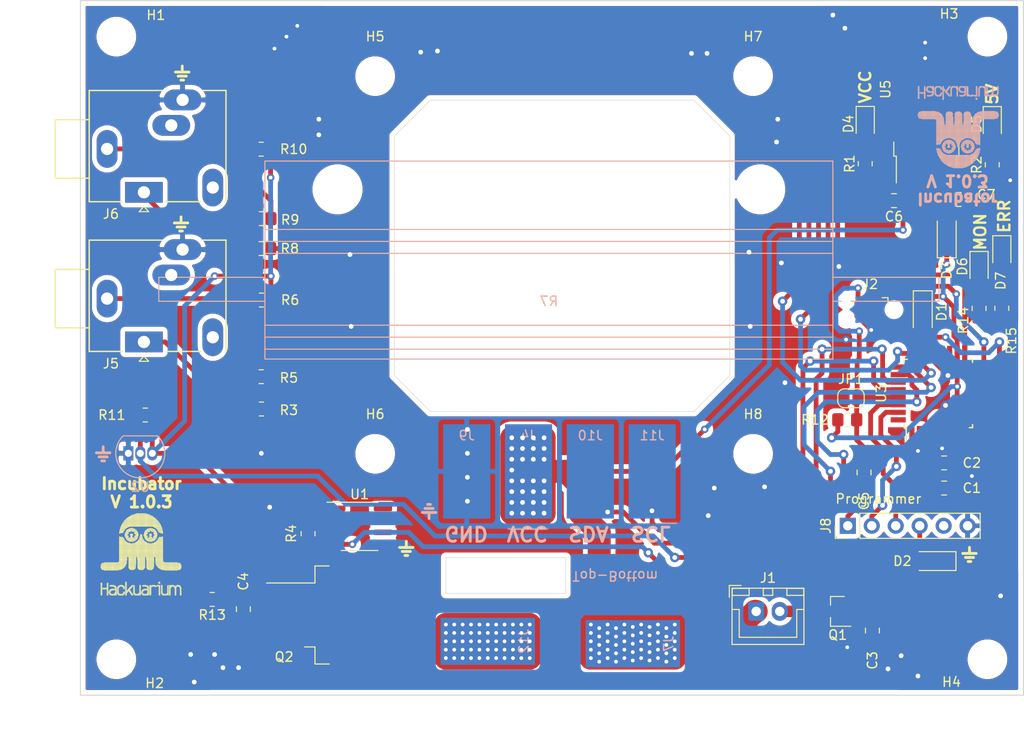
<source format=kicad_pcb>
(kicad_pcb (version 20171130) (host pcbnew 5.1.12-84ad8e8a86~92~ubuntu20.04.1)
  (layers (0 F.Cu signal) (31 B.Cu signal) (34 B.Paste user) (35 F.Paste user) (36 B.SilkS user) (37 F.SilkS user) (38 B.Mask user) (39 F.Mask user) (44 Edge.Cuts user))
  (net 0 "")
  (net 1 GND)
  (net 2 VIN)
  (net 3 "Net-(D1-Pad2)")
  (net 4 12V)
  (net 5 "Net-(J1-Pad2)")
  (net 6 MISO)
  (net 7 MOSI)
  (net 8 ~RESET)
  (net 9 SCL)
  (net 10 SDA)
  (net 11 "Net-(J5-PadT)")
  (net 12 "Net-(J5-PadTN)")
  (net 13 "Net-(J5-PadRN)")
  (net 14 "Net-(J5-PadS)")
  (net 15 "Net-(J6-PadS)")
  (net 16 "Net-(J6-PadRN)")
  (net 17 "Net-(J6-PadTN)")
  (net 18 "Net-(J6-PadT)")
  (net 19 "Net-(U1-Pad1)")
  (net 20 "Net-(U1-Pad2)")
  (net 21 "Net-(U1-Pad6)")
  (net 22 "Net-(U1-Pad7)")
  (net 23 "Net-(U1-Pad8)")
  (net 24 D3)
  (net 25 D4)
  (net 26 "Net-(U3-Pad7)")
  (net 27 "Net-(U3-Pad8)")
  (net 28 "Net-(U3-Pad12)")
  (net 29 "Net-(U3-Pad13)")
  (net 30 "Net-(U3-Pad19)")
  (net 31 "Net-(U3-Pad20)")
  (net 32 "Net-(U3-Pad22)")
  (net 33 FAN)
  (net 34 "Net-(C4-Pad1)")
  (net 35 PID)
  (net 36 "Net-(D2-Pad2)")
  (net 37 "Net-(J8-Pad5)")
  (net 38 RX)
  (net 39 TX)
  (net 40 "Net-(C7-Pad1)")
  (net 41 "Net-(J12-Pad1)")
  (net 42 ONE-WIRE-1)
  (net 43 D2)
  (net 44 ONE-WIRE-2)
  (net 45 ONE-WIRE-4)
  (net 46 ONE-WIRE-3)
  (net 47 "Net-(D4-Pad2)")
  (net 48 "Net-(D5-Pad2)")
  (net 49 D7)
  (net 50 "Net-(C5-Pad2)")
  (net 51 "Net-(D6-Pad2)")
  (net 52 "Net-(D7-Pad2)")
  (net 53 SCK|MONITORING)
  (net 54 ERROR)
  (module MountingHole:MountingHole_3.2mm_M3 (layer F.Cu) (at 96.139 -3.81)
    (fp_text reference H4 (at -3.81 2.413) (layer F.SilkS))
    (fp_text value MountingHole)
    (pad 1 np_thru_hole circle (at 0 0) (size 3.2 3.2) (drill 3.2) (layers *.Cu *.Mask))
  )
  (module MountingHole:MountingHole_3.2mm_M3 (layer F.Cu) (at 96.139 -69.85)
    (fp_text reference H3 (at -4.064 -2.413) (layer F.SilkS))
    (fp_text value MountingHole)
    (pad 1 np_thru_hole circle (at 0 0) (size 3.2 3.2) (drill 3.2) (layers *.Cu *.Mask))
  )
  (module MountingHole:MountingHole_3.2mm_M3 (layer F.Cu) (at 3.81 -3.81)
    (fp_text reference H2 (at 4.064 2.54) (layer F.SilkS))
    (fp_text value MountingHole)
    (pad 1 np_thru_hole circle (at 0 0) (size 3.2 3.2) (drill 3.2) (layers *.Cu *.Mask))
  )
  (module MountingHole:MountingHole_3.2mm_M3 (layer F.Cu) (at 3.81 -69.85)
    (fp_text reference H1 (at 4.191 -2.286) (layer F.SilkS))
    (fp_text value MountingHole)
    (pad 1 np_thru_hole circle (at 0 0) (size 3.2 3.2) (drill 3.2) (layers *.Cu *.Mask))
  )
  (module Incubator:logoHackuarium (layer B.Cu) (at 86.868 -54.102)
    (fp_text reference logoHackuarium hide)
    (fp_text value "" (at 0 0) (layer B.SilkS) (effects (font (size 1.27 1.27)) (justify mirror)))
  )
  (module Incubator:logoHackuarium (layer F.Cu) (at 0.254 -21.082)
    (fp_text reference logoHackuarium hide)
    (fp_text value "" (at 0 0) (layer F.SilkS) (effects (font (size 1.27 1.27))))
  )
  (module Resistor_SMD:R_0805_2012Metric_Pad1.20x1.40mm_HandSolder (layer F.Cu) (at 96.647 -56.261 90)
    (fp_text reference R2 (at 0 -1.65 90) (layer F.SilkS))
    (fp_text value 1k)
    (pad 2 smd roundrect (at 1 0 90) (size 1.2 1.4) (layers F.Cu F.Paste F.Mask) (roundrect_rratio 0.2083325) (net 48 "Net-(D5-Pad2)"))
    (pad 1 smd roundrect (at -1 0 90) (size 1.2 1.4) (layers F.Cu F.Paste F.Mask) (roundrect_rratio 0.2083325) (net 2 VIN))
  )
  (module Resistor_SMD:R_0805_2012Metric_Pad1.20x1.40mm_HandSolder (layer F.Cu) (at 83.185 -56.372 90)
    (fp_text reference R1 (at 0 -1.65 90) (layer F.SilkS))
    (fp_text value 10k)
    (pad 2 smd roundrect (at 1 0 90) (size 1.2 1.4) (layers F.Cu F.Paste F.Mask) (roundrect_rratio 0.2083325) (net 47 "Net-(D4-Pad2)"))
    (pad 1 smd roundrect (at -1 0 90) (size 1.2 1.4) (layers F.Cu F.Paste F.Mask) (roundrect_rratio 0.2083325) (net 4 12V))
  )
  (module LED_SMD:LED_0805_2012Metric_Pad1.15x1.40mm_HandSolder (layer F.Cu) (at 96.647 -60.57 270)
    (fp_text reference D5 (at -0.009 1.651 90) (layer F.SilkS))
    (fp_text value GREEN)
    (pad 2 smd roundrect (at 1.025 0 270) (size 1.15 1.4) (layers F.Cu F.Paste F.Mask) (roundrect_rratio 0.2173904347826087) (net 48 "Net-(D5-Pad2)"))
    (pad 1 smd roundrect (at -1.025 0 270) (size 1.15 1.4) (layers F.Cu F.Paste F.Mask) (roundrect_rratio 0.2173904347826087) (net 1 GND))
  )
  (module LED_SMD:LED_0805_2012Metric_Pad1.15x1.40mm_HandSolder (layer F.Cu) (at 83.185 -60.588 270)
    (fp_text reference D4 (at 0 1.778 90) (layer F.SilkS))
    (fp_text value GREEN)
    (pad 2 smd roundrect (at 1.025 0 270) (size 1.15 1.4) (layers F.Cu F.Paste F.Mask) (roundrect_rratio 0.2173904347826087) (net 47 "Net-(D4-Pad2)"))
    (pad 1 smd roundrect (at -1.025 0 270) (size 1.15 1.4) (layers F.Cu F.Paste F.Mask) (roundrect_rratio 0.2173904347826087) (net 1 GND))
  )
  (module Incubator:100W4RJ (layer B.Cu) (at 49.657 -43.053)
    (fp_text reference R7 (at 0 1.27) (layer B.SilkS) (effects (justify mirror)))
    (fp_text value 100W4RJ)
    (pad "" np_thru_hole circle (at 22.4 -10.6) (size 4.3 4.3) (drill 4.3) (layers *.Cu *.Mask))
    (pad "" np_thru_hole circle (at -22.4 -10.6) (size 4.3 4.3) (drill 4.3) (layers *.Cu *.Mask))
  )
  (module Capacitor_SMD:C_0805_2012Metric_Pad1.18x1.45mm_HandSolder (layer F.Cu) (at 93.091 -52.578)
    (fp_text reference C7 (at 2.921 -0.508) (layer F.SilkS))
    (fp_text value 0.1u)
    (pad 2 smd roundrect (at 1.0375 0) (size 1.175 1.45) (layers F.Cu F.Paste F.Mask) (roundrect_rratio 0.2127659574468085) (net 1 GND))
    (pad 1 smd roundrect (at -1.0375 0) (size 1.175 1.45) (layers F.Cu F.Paste F.Mask) (roundrect_rratio 0.2127659574468085) (net 40 "Net-(C7-Pad1)"))
  )
  (module Capacitor_SMD:C_0805_2012Metric_Pad1.18x1.45mm_HandSolder (layer F.Cu) (at 86.233 -52.451 180)
    (fp_text reference C6 (at 0 -1.68) (layer F.SilkS))
    (fp_text value 0.33u)
    (pad 2 smd roundrect (at 1.0375 0 180) (size 1.175 1.45) (layers F.Cu F.Paste F.Mask) (roundrect_rratio 0.2127659574468085) (net 1 GND))
    (pad 1 smd roundrect (at -1.0375 0 180) (size 1.175 1.45) (layers F.Cu F.Paste F.Mask) (roundrect_rratio 0.2127659574468085) (net 4 12V))
  )
  (module Package_TO_SOT_SMD:TO-252-2 (layer F.Cu) (at 89.661 -59.646 90)
    (fp_text reference U5 (at 4.616 -4.317 90) (layer F.SilkS))
    (fp_text value LM78M05_TO252)
    (pad 2 smd rect (at 2.1 0 90) (size 6.4 5.8) (layers F.Cu F.Mask) (net 1 GND))
    (pad 3 smd rect (at -4.2 2.28 90) (size 2.2 1.2) (layers F.Cu F.Paste F.Mask) (net 40 "Net-(C7-Pad1)"))
    (pad 1 smd rect (at -4.2 -2.28 90) (size 2.2 1.2) (layers F.Cu F.Paste F.Mask) (net 4 12V))
  )
  (module Connector_Wire:SolderWirePad_1x01_SMD_5x10mm (layer B.Cu) (at 43.18 -5.715 90)
    (fp_text reference J12 (at 0 3.81 90) (layer B.SilkS) (effects (justify mirror)))
    (fp_text value Conn_01x01)
    (pad 1 smd rect (at 0 0 90) (size 5 10) (layers B.Cu B.Paste B.Mask) (net 41 "Net-(J12-Pad1)"))
  )
  (module Connector_Wire:SolderWirePad_1x01_SMD_5x10mm (layer B.Cu) (at 58.547 -5.461 90)
    (fp_text reference J7 (at 0 3.81 90) (layer B.SilkS) (effects (justify mirror)))
    (fp_text value Conn_01x01)
    (pad 1 smd rect (at 0 0 90) (size 5 10) (layers B.Cu B.Paste B.Mask) (net 4 12V))
  )
  (module Diode_SMD:D_SOD-123 (layer F.Cu) (at 91.821 -48.641 90)
    (fp_text reference D3 (at -3.555 0 90) (layer F.SilkS))
    (fp_text value MBR0520LT)
    (pad 2 smd rect (at 1.65 0 90) (size 0.9 1.2) (layers F.Cu F.Paste F.Mask) (net 40 "Net-(C7-Pad1)"))
    (pad 1 smd rect (at -1.65 0 90) (size 0.9 1.2) (layers F.Cu F.Paste F.Mask) (net 2 VIN))
  )
  (module MountingHole:MountingHole_3.2mm_M3 (layer F.Cu) (at 71.298 -25.603)
    (fp_text reference H8 (at 0 -4.2) (layer F.SilkS))
    (fp_text value MountingHole)
    (pad 1 np_thru_hole circle (at 0 0) (size 3.2 3.2) (drill 3.2) (layers *.Cu *.Mask))
  )
  (module MountingHole:MountingHole_3.2mm_M3 (layer F.Cu) (at 71.298 -65.659)
    (fp_text reference H7 (at 0 -4.2) (layer F.SilkS))
    (fp_text value MountingHole)
    (pad 1 np_thru_hole circle (at 0 0) (size 3.2 3.2) (drill 3.2) (layers *.Cu *.Mask))
  )
  (module MountingHole:MountingHole_3.2mm_M3 (layer F.Cu) (at 31.242 -25.603)
    (fp_text reference H6 (at 0 -4.2) (layer F.SilkS))
    (fp_text value MountingHole)
    (pad 1 np_thru_hole circle (at 0 0) (size 3.2 3.2) (drill 3.2) (layers *.Cu *.Mask))
  )
  (module MountingHole:MountingHole_3.2mm_M3 (layer F.Cu) (at 31.242 -65.659)
    (fp_text reference H5 (at 0 -4.2) (layer F.SilkS))
    (fp_text value MountingHole)
    (pad 1 np_thru_hole circle (at 0 0) (size 3.2 3.2) (drill 3.2) (layers *.Cu *.Mask))
  )
  (module Connector_PinHeader_2.54mm:PinHeader_1x06_P2.54mm_Vertical (layer F.Cu) (at 81.338 -17.968 90)
    (fp_text reference J8 (at 0 -2.33 90) (layer F.SilkS))
    (fp_text value Conn_01x06)
    (pad 6 thru_hole oval (at 0 12.7 90) (size 1.7 1.7) (drill 1) (layers *.Cu *.Mask) (net 1 GND))
    (pad 5 thru_hole oval (at 0 10.16 90) (size 1.7 1.7) (drill 1) (layers *.Cu *.Mask) (net 37 "Net-(J8-Pad5)"))
    (pad 4 thru_hole oval (at 0 7.62 90) (size 1.7 1.7) (drill 1) (layers *.Cu *.Mask) (net 36 "Net-(D2-Pad2)"))
    (pad 3 thru_hole oval (at 0 5.08 90) (size 1.7 1.7) (drill 1) (layers *.Cu *.Mask) (net 38 RX))
    (pad 2 thru_hole oval (at 0 2.54 90) (size 1.7 1.7) (drill 1) (layers *.Cu *.Mask) (net 39 TX))
    (pad 1 thru_hole rect (at 0 0 90) (size 1.7 1.7) (drill 1) (layers *.Cu *.Mask) (net 50 "Net-(C5-Pad2)"))
  )
  (module Diode_SMD:D_SOD-123 (layer F.Cu) (at 90.551 -14.224 180)
    (fp_text reference D2 (at 3.429 0) (layer F.SilkS))
    (fp_text value MBR0520LT)
    (pad 2 smd rect (at 1.65 0 180) (size 0.9 1.2) (layers F.Cu F.Paste F.Mask) (net 36 "Net-(D2-Pad2)"))
    (pad 1 smd rect (at -1.65 0 180) (size 0.9 1.2) (layers F.Cu F.Paste F.Mask) (net 2 VIN))
  )
  (module Capacitor_SMD:C_0805_2012Metric_Pad1.18x1.45mm_HandSolder (layer F.Cu) (at 83.058 -23.622 270)
    (fp_text reference C5 (at 3.0265 0 90) (layer F.SilkS))
    (fp_text value 100n)
    (pad 2 smd roundrect (at 1.0375 0 270) (size 1.175 1.45) (layers F.Cu F.Paste F.Mask) (roundrect_rratio 0.2127659574468085) (net 50 "Net-(C5-Pad2)"))
    (pad 1 smd roundrect (at -1.0375 0 270) (size 1.175 1.45) (layers F.Cu F.Paste F.Mask) (roundrect_rratio 0.2127659574468085) (net 8 ~RESET))
  )
  (module Capacitor_SMD:C_0805_2012Metric_Pad1.18x1.45mm_HandSolder (layer F.Cu) (at 83.947 -6.858 270)
    (fp_text reference C3 (at 3.175 0 90) (layer F.SilkS))
    (fp_text value 100n)
    (pad 2 smd roundrect (at 1.0375 0 270) (size 1.175 1.45) (layers F.Cu F.Paste F.Mask) (roundrect_rratio 0.2127659574468085) (net 1 GND))
    (pad 1 smd roundrect (at -1.0375 0 270) (size 1.175 1.45) (layers F.Cu F.Paste F.Mask) (roundrect_rratio 0.2127659574468085) (net 33 FAN))
  )
  (module Capacitor_SMD:C_0805_2012Metric_Pad1.18x1.45mm_HandSolder (layer F.Cu) (at 91.5455 -21.971 180)
    (fp_text reference C1 (at -2.9425 0) (layer F.SilkS))
    (fp_text value 10u)
    (pad 2 smd roundrect (at 1.0375 0 180) (size 1.175 1.45) (layers F.Cu F.Paste F.Mask) (roundrect_rratio 0.2127659574468085) (net 1 GND))
    (pad 1 smd roundrect (at -1.0375 0 180) (size 1.175 1.45) (layers F.Cu F.Paste F.Mask) (roundrect_rratio 0.2127659574468085) (net 2 VIN))
  )
  (module Capacitor_SMD:C_0805_2012Metric_Pad1.18x1.45mm_HandSolder (layer F.Cu) (at 91.5455 -24.638 180)
    (fp_text reference C2 (at -2.9425 0) (layer F.SilkS))
    (fp_text value 100n)
    (pad 1 smd roundrect (at -1.0375 0 180) (size 1.175 1.45) (layers F.Cu F.Paste F.Mask) (roundrect_rratio 0.2127659574468085) (net 2 VIN))
    (pad 2 smd roundrect (at 1.0375 0 180) (size 1.175 1.45) (layers F.Cu F.Paste F.Mask) (roundrect_rratio 0.2127659574468085) (net 1 GND))
  )
  (module Diode_SMD:D_SOD-123 (layer F.Cu) (at 89.281 -40.64 270)
    (fp_text reference D1 (at 0 -2 90) (layer F.SilkS))
    (fp_text value MBR0520LT)
    (pad 1 smd rect (at -1.65 0 270) (size 0.9 1.2) (layers F.Cu F.Paste F.Mask) (net 2 VIN))
    (pad 2 smd rect (at 1.65 0 270) (size 0.9 1.2) (layers F.Cu F.Paste F.Mask) (net 3 "Net-(D1-Pad2)"))
  )
  (module Connector:Tag-Connect_TC2030-IDC-NL_2x03_P1.27mm_Vertical (layer F.Cu) (at 83.693 -40.894 180)
    (fp_text reference J2 (at 0 2.7) (layer F.SilkS))
    (fp_text value Conn_02x03_Odd_Even)
    (pad "" np_thru_hole circle (at 2.54 -1.016 180) (size 0.9906 0.9906) (drill 0.9906) (layers *.Cu *.Mask))
    (pad "" np_thru_hole circle (at 2.54 1.016 180) (size 0.9906 0.9906) (drill 0.9906) (layers *.Cu *.Mask))
    (pad "" np_thru_hole circle (at -2.54 0 180) (size 0.9906 0.9906) (drill 0.9906) (layers *.Cu *.Mask))
    (pad 1 connect circle (at -1.27 0.635 180) (size 0.7874 0.7874) (layers F.Cu F.Mask) (net 6 MISO))
    (pad 2 connect circle (at -1.27 -0.635 180) (size 0.7874 0.7874) (layers F.Cu F.Mask) (net 3 "Net-(D1-Pad2)"))
    (pad 3 connect circle (at 0 0.635 180) (size 0.7874 0.7874) (layers F.Cu F.Mask) (net 53 SCK|MONITORING))
    (pad 4 connect circle (at 0 -0.635 180) (size 0.7874 0.7874) (layers F.Cu F.Mask) (net 7 MOSI))
    (pad 5 connect circle (at 1.27 0.635 180) (size 0.7874 0.7874) (layers F.Cu F.Mask) (net 8 ~RESET))
    (pad 6 connect circle (at 1.27 -0.635 180) (size 0.7874 0.7874) (layers F.Cu F.Mask) (net 1 GND))
  )
  (module Connector_Audio:Jack_3.5mm_Ledino_KB3SPRS_Horizontal (layer F.Cu) (at 6.731 -37.465)
    (fp_text reference J5 (at -3.5 2.3) (layer F.SilkS))
    (fp_text value AudioJack3_SwitchTR)
    (pad T thru_hole rect (at 0 0) (size 4 2.2) (drill 1.3) (layers *.Cu *.Mask) (net 11 "Net-(J5-PadT)"))
    (pad TN thru_hole oval (at 7.3 -0.5 90) (size 4 2.2) (drill 1.3) (layers *.Cu *.Mask) (net 12 "Net-(J5-PadTN)"))
    (pad RN thru_hole oval (at 2.9 -7.1) (size 4 2.2) (drill 1.3) (layers *.Cu *.Mask) (net 13 "Net-(J5-PadRN)"))
    (pad R thru_hole oval (at 4.1 -9.8) (size 4 2.2) (drill 1.3) (layers *.Cu *.Mask) (net 1 GND))
    (pad S thru_hole oval (at -3.9 -4.6) (size 2.2 4) (drill 1.3) (layers *.Cu *.Mask) (net 14 "Net-(J5-PadS)"))
  )
  (module Connector_Audio:Jack_3.5mm_Ledino_KB3SPRS_Horizontal (layer F.Cu) (at 6.731 -53.34)
    (fp_text reference J6 (at -3.5 2.3) (layer F.SilkS))
    (fp_text value AudioJack3_SwitchTR)
    (pad S thru_hole oval (at -3.9 -4.6) (size 2.2 4) (drill 1.3) (layers *.Cu *.Mask) (net 15 "Net-(J6-PadS)"))
    (pad R thru_hole oval (at 4.1 -9.8) (size 4 2.2) (drill 1.3) (layers *.Cu *.Mask) (net 1 GND))
    (pad RN thru_hole oval (at 2.9 -7.1) (size 4 2.2) (drill 1.3) (layers *.Cu *.Mask) (net 16 "Net-(J6-PadRN)"))
    (pad TN thru_hole oval (at 7.3 -0.5 90) (size 4 2.2) (drill 1.3) (layers *.Cu *.Mask) (net 17 "Net-(J6-PadTN)"))
    (pad T thru_hole rect (at 0 0) (size 4 2.2) (drill 1.3) (layers *.Cu *.Mask) (net 18 "Net-(J6-PadT)"))
  )
  (module Jumper:SolderJumper-2_P1.3mm_Open_RoundedPad1.0x1.5mm (layer F.Cu) (at 81.676 -31.496 180)
    (fp_text reference JP1 (at 0.015 2.032) (layer F.SilkS))
    (fp_text value SolderJumper_2_Open)
    (pad 1 smd custom (at -0.65 0 180) (size 1 0.5) (layers F.Cu F.Mask) (net 8 ~RESET) (options (clearance outline) (anchor rect)) (primitives (gr_circle (center 0 0.25) (end 0.5 0.25) (width 0)) (gr_circle (center 0 -0.25) (end 0.5 -0.25) (width 0)) (gr_poly (pts (xy 0 -0.75) (xy 0.5 -0.75) (xy 0.5 0.75) (xy 0 0.75)) (width 0))))
    (pad 2 smd custom (at 0.65 0 180) (size 1 0.5) (layers F.Cu F.Mask) (net 1 GND) (options (clearance outline) (anchor rect)) (primitives (gr_circle (center 0 0.25) (end 0.5 0.25) (width 0)) (gr_circle (center 0 -0.25) (end 0.5 -0.25) (width 0)) (gr_poly (pts (xy 0 -0.75) (xy -0.5 -0.75) (xy -0.5 0.75) (xy 0 0.75)) (width 0))))
  )
  (module Package_TO_SOT_SMD:SOT-23 (layer F.Cu) (at 80.264 -8.89 180)
    (fp_text reference Q1 (at 0 -2.5) (layer F.SilkS))
    (fp_text value ZXMS6004)
    (pad 1 smd rect (at -1 -0.95 180) (size 0.9 0.8) (layers F.Cu F.Paste F.Mask) (net 33 FAN))
    (pad 2 smd rect (at -1 0.95 180) (size 0.9 0.8) (layers F.Cu F.Paste F.Mask) (net 1 GND))
    (pad 3 smd rect (at 1 0 180) (size 0.9 0.8) (layers F.Cu F.Paste F.Mask) (net 5 "Net-(J1-Pad2)"))
  )
  (module Resistor_SMD:R_0805_2012Metric_Pad1.20x1.40mm_HandSolder (layer F.Cu) (at 19.193 -30.353)
    (fp_text reference R3 (at 2.905 0.127) (layer F.SilkS))
    (fp_text value 1K)
    (pad 2 smd roundrect (at 1 0) (size 1.2 1.4) (layers F.Cu F.Paste F.Mask) (roundrect_rratio 0.2083325) (net 45 ONE-WIRE-4))
    (pad 1 smd roundrect (at -1 0) (size 1.2 1.4) (layers F.Cu F.Paste F.Mask) (roundrect_rratio 0.2083325) (net 11 "Net-(J5-PadT)"))
  )
  (module Resistor_SMD:R_0805_2012Metric_Pad1.20x1.40mm_HandSolder (layer F.Cu) (at 24.13 -17.129 270)
    (fp_text reference R4 (at -0.016 1.778 90) (layer F.SilkS))
    (fp_text value 4.7k)
    (pad 1 smd roundrect (at -1 0 270) (size 1.2 1.4) (layers F.Cu F.Paste F.Mask) (roundrect_rratio 0.2083325) (net 2 VIN))
    (pad 2 smd roundrect (at 1 0 270) (size 1.2 1.4) (layers F.Cu F.Paste F.Mask) (roundrect_rratio 0.2083325) (net 42 ONE-WIRE-1))
  )
  (module Resistor_SMD:R_0805_2012Metric_Pad1.20x1.40mm_HandSolder (layer F.Cu) (at 19.161 -33.782 180)
    (fp_text reference R5 (at -2.937 -0.127) (layer F.SilkS))
    (fp_text value 4.7k)
    (pad 1 smd roundrect (at -1 0 180) (size 1.2 1.4) (layers F.Cu F.Paste F.Mask) (roundrect_rratio 0.2083325) (net 14 "Net-(J5-PadS)"))
    (pad 2 smd roundrect (at 1 0 180) (size 1.2 1.4) (layers F.Cu F.Paste F.Mask) (roundrect_rratio 0.2083325) (net 11 "Net-(J5-PadT)"))
  )
  (module Resistor_SMD:R_0805_2012Metric_Pad1.20x1.40mm_HandSolder (layer F.Cu) (at 19.193 -41.91 180)
    (fp_text reference R6 (at -3.032 0) (layer F.SilkS))
    (fp_text value 100)
    (pad 2 smd roundrect (at 1 0 180) (size 1.2 1.4) (layers F.Cu F.Paste F.Mask) (roundrect_rratio 0.2083325) (net 14 "Net-(J5-PadS)"))
    (pad 1 smd roundrect (at -1 0 180) (size 1.2 1.4) (layers F.Cu F.Paste F.Mask) (roundrect_rratio 0.2083325) (net 2 VIN))
  )
  (module Resistor_SMD:R_0805_2012Metric_Pad1.20x1.40mm_HandSolder (layer F.Cu) (at 19.161 -47.371)
    (fp_text reference R8 (at 3.032 0) (layer F.SilkS))
    (fp_text value 1K)
    (pad 2 smd roundrect (at 1 0) (size 1.2 1.4) (layers F.Cu F.Paste F.Mask) (roundrect_rratio 0.2083325) (net 46 ONE-WIRE-3))
    (pad 1 smd roundrect (at -1 0) (size 1.2 1.4) (layers F.Cu F.Paste F.Mask) (roundrect_rratio 0.2083325) (net 18 "Net-(J6-PadT)"))
  )
  (module Resistor_SMD:R_0805_2012Metric_Pad1.20x1.40mm_HandSolder (layer F.Cu) (at 19.193 -50.546 180)
    (fp_text reference R9 (at -3.032 -0.127) (layer F.SilkS))
    (fp_text value 4.7k)
    (pad 1 smd roundrect (at -1 0 180) (size 1.2 1.4) (layers F.Cu F.Paste F.Mask) (roundrect_rratio 0.2083325) (net 15 "Net-(J6-PadS)"))
    (pad 2 smd roundrect (at 1 0 180) (size 1.2 1.4) (layers F.Cu F.Paste F.Mask) (roundrect_rratio 0.2083325) (net 18 "Net-(J6-PadT)"))
  )
  (module Resistor_SMD:R_0805_2012Metric_Pad1.20x1.40mm_HandSolder (layer F.Cu) (at 19.161 -57.912 180)
    (fp_text reference R10 (at -3.445 0) (layer F.SilkS))
    (fp_text value 100)
    (pad 2 smd roundrect (at 1 0 180) (size 1.2 1.4) (layers F.Cu F.Paste F.Mask) (roundrect_rratio 0.2083325) (net 15 "Net-(J6-PadS)"))
    (pad 1 smd roundrect (at -1 0 180) (size 1.2 1.4) (layers F.Cu F.Paste F.Mask) (roundrect_rratio 0.2083325) (net 2 VIN))
  )
  (module Resistor_SMD:R_0805_2012Metric_Pad1.20x1.40mm_HandSolder (layer F.Cu) (at 6.874 -29.718 180)
    (fp_text reference R11 (at 3.54 0) (layer F.SilkS))
    (fp_text value 4.7k)
    (pad 2 smd roundrect (at 1 0 180) (size 1.2 1.4) (layers F.Cu F.Paste F.Mask) (roundrect_rratio 0.2083325) (net 44 ONE-WIRE-2))
    (pad 1 smd roundrect (at -1 0 180) (size 1.2 1.4) (layers F.Cu F.Paste F.Mask) (roundrect_rratio 0.2083325) (net 2 VIN))
  )
  (module Resistor_SMD:R_0805_2012Metric_Pad1.20x1.40mm_HandSolder (layer F.Cu) (at 81.28 -29.21)
    (fp_text reference R12 (at -3.429 0) (layer F.SilkS))
    (fp_text value 100k)
    (pad 1 smd roundrect (at -1 0) (size 1.2 1.4) (layers F.Cu F.Paste F.Mask) (roundrect_rratio 0.2083325) (net 2 VIN))
    (pad 2 smd roundrect (at 1 0) (size 1.2 1.4) (layers F.Cu F.Paste F.Mask) (roundrect_rratio 0.2083325) (net 8 ~RESET))
  )
  (module Package_SO:SOIC-8_3.9x4.9mm_P1.27mm (layer F.Cu) (at 29.591 -17.907)
    (fp_text reference U1 (at 0 -3.4) (layer F.SilkS))
    (fp_text value DS18B20Z)
    (pad 1 smd roundrect (at -2.475 -1.905) (size 1.95 0.6) (layers F.Cu F.Paste F.Mask) (net 19 "Net-(U1-Pad1)"))
    (pad 2 smd roundrect (at -2.475 -0.635) (size 1.95 0.6) (layers F.Cu F.Paste F.Mask) (net 20 "Net-(U1-Pad2)"))
    (pad 3 smd roundrect (at -2.475 0.635) (size 1.95 0.6) (layers F.Cu F.Paste F.Mask) (net 2 VIN))
    (pad 4 smd roundrect (at -2.475 1.905) (size 1.95 0.6) (layers F.Cu F.Paste F.Mask) (net 42 ONE-WIRE-1))
    (pad 5 smd roundrect (at 2.475 1.905) (size 1.95 0.6) (layers F.Cu F.Paste F.Mask) (net 1 GND))
    (pad 6 smd roundrect (at 2.475 0.635) (size 1.95 0.6) (layers F.Cu F.Paste F.Mask) (net 21 "Net-(U1-Pad6)"))
    (pad 7 smd roundrect (at 2.475 -0.635) (size 1.95 0.6) (layers F.Cu F.Paste F.Mask) (net 22 "Net-(U1-Pad7)"))
    (pad 8 smd roundrect (at 2.475 -1.905) (size 1.95 0.6) (layers F.Cu F.Paste F.Mask) (net 23 "Net-(U1-Pad8)"))
  )
  (module Package_TO_SOT_THT:TO-92_Inline (layer B.Cu) (at 5.08 -25.654)
    (fp_text reference U2 (at 1.27 3.56) (layer B.SilkS) (effects (justify mirror)))
    (fp_text value DS18B20)
    (pad 2 thru_hole oval (at 1.27 0) (size 1.05 1.5) (drill 0.75) (layers *.Cu *.Mask) (net 44 ONE-WIRE-2))
    (pad 3 thru_hole oval (at 2.54 0) (size 1.05 1.5) (drill 0.75) (layers *.Cu *.Mask) (net 2 VIN))
    (pad 1 thru_hole rect (at 0 0) (size 1.05 1.5) (drill 0.75) (layers *.Cu *.Mask) (net 1 GND))
  )
  (module Package_QFP:TQFP-32_7x7mm_P0.8mm (layer F.Cu) (at 90.932 -32.004 90)
    (fp_text reference U3 (at 0 -6.05 90) (layer F.SilkS))
    (fp_text value ATmega328P-AU)
    (pad 1 smd rect (at -4.25 -2.8 90) (size 1.6 0.55) (layers F.Cu F.Paste F.Mask) (net 24 D3))
    (pad 2 smd rect (at -4.25 -2 90) (size 1.6 0.55) (layers F.Cu F.Paste F.Mask) (net 25 D4))
    (pad 3 smd rect (at -4.25 -1.2 90) (size 1.6 0.55) (layers F.Cu F.Paste F.Mask) (net 1 GND))
    (pad 4 smd rect (at -4.25 -0.4 90) (size 1.6 0.55) (layers F.Cu F.Paste F.Mask) (net 2 VIN))
    (pad 5 smd rect (at -4.25 0.4 90) (size 1.6 0.55) (layers F.Cu F.Paste F.Mask) (net 1 GND))
    (pad 6 smd rect (at -4.25 1.2 90) (size 1.6 0.55) (layers F.Cu F.Paste F.Mask) (net 2 VIN))
    (pad 7 smd rect (at -4.25 2 90) (size 1.6 0.55) (layers F.Cu F.Paste F.Mask) (net 26 "Net-(U3-Pad7)"))
    (pad 8 smd rect (at -4.25 2.8 90) (size 1.6 0.55) (layers F.Cu F.Paste F.Mask) (net 27 "Net-(U3-Pad8)"))
    (pad 9 smd rect (at -2.8 4.25 180) (size 1.6 0.55) (layers F.Cu F.Paste F.Mask) (net 33 FAN))
    (pad 10 smd rect (at -2 4.25 180) (size 1.6 0.55) (layers F.Cu F.Paste F.Mask) (net 35 PID))
    (pad 11 smd rect (at -1.2 4.25 180) (size 1.6 0.55) (layers F.Cu F.Paste F.Mask) (net 49 D7))
    (pad 12 smd rect (at -0.4 4.25 180) (size 1.6 0.55) (layers F.Cu F.Paste F.Mask) (net 28 "Net-(U3-Pad12)"))
    (pad 13 smd rect (at 0.4 4.25 180) (size 1.6 0.55) (layers F.Cu F.Paste F.Mask) (net 29 "Net-(U3-Pad13)"))
    (pad 14 smd rect (at 1.2 4.25 180) (size 1.6 0.55) (layers F.Cu F.Paste F.Mask) (net 54 ERROR))
    (pad 15 smd rect (at 2 4.25 180) (size 1.6 0.55) (layers F.Cu F.Paste F.Mask) (net 7 MOSI))
    (pad 16 smd rect (at 2.8 4.25 180) (size 1.6 0.55) (layers F.Cu F.Paste F.Mask) (net 6 MISO))
    (pad 17 smd rect (at 4.25 2.8 90) (size 1.6 0.55) (layers F.Cu F.Paste F.Mask) (net 53 SCK|MONITORING))
    (pad 18 smd rect (at 4.25 2 90) (size 1.6 0.55) (layers F.Cu F.Paste F.Mask) (net 2 VIN))
    (pad 19 smd rect (at 4.25 1.2 90) (size 1.6 0.55) (layers F.Cu F.Paste F.Mask) (net 30 "Net-(U3-Pad19)"))
    (pad 20 smd rect (at 4.25 0.4 90) (size 1.6 0.55) (layers F.Cu F.Paste F.Mask) (net 31 "Net-(U3-Pad20)"))
    (pad 21 smd rect (at 4.25 -0.4 90) (size 1.6 0.55) (layers F.Cu F.Paste F.Mask) (net 1 GND))
    (pad 22 smd rect (at 4.25 -1.2 90) (size 1.6 0.55) (layers F.Cu F.Paste F.Mask) (net 32 "Net-(U3-Pad22)"))
    (pad 23 smd rect (at 4.25 -2 90) (size 1.6 0.55) (layers F.Cu F.Paste F.Mask) (net 45 ONE-WIRE-4))
    (pad 24 smd rect (at 4.25 -2.8 90) (size 1.6 0.55) (layers F.Cu F.Paste F.Mask) (net 46 ONE-WIRE-3))
    (pad 25 smd rect (at 2.8 -4.25 180) (size 1.6 0.55) (layers F.Cu F.Paste F.Mask) (net 44 ONE-WIRE-2))
    (pad 26 smd rect (at 2 -4.25 180) (size 1.6 0.55) (layers F.Cu F.Paste F.Mask) (net 42 ONE-WIRE-1))
    (pad 27 smd rect (at 1.2 -4.25 180) (size 1.6 0.55) (layers F.Cu F.Paste F.Mask) (net 10 SDA))
    (pad 28 smd rect (at 0.4 -4.25 180) (size 1.6 0.55) (layers F.Cu F.Paste F.Mask) (net 9 SCL))
    (pad 29 smd rect (at -0.4 -4.25 180) (size 1.6 0.55) (layers F.Cu F.Paste F.Mask) (net 8 ~RESET))
    (pad 30 smd rect (at -1.2 -4.25 180) (size 1.6 0.55) (layers F.Cu F.Paste F.Mask) (net 38 RX))
    (pad 31 smd rect (at -2 -4.25 180) (size 1.6 0.55) (layers F.Cu F.Paste F.Mask) (net 39 TX))
    (pad 32 smd rect (at -2.8 -4.25 180) (size 1.6 0.55) (layers F.Cu F.Paste F.Mask) (net 43 D2))
  )
  (module Connector_JST:JST_XH_B2B-XH-A_1x02_P2.50mm_Vertical (layer F.Cu) (at 71.628 -8.89)
    (fp_text reference J1 (at 1.25 -3.55) (layer F.SilkS))
    (fp_text value Conn_01x02)
    (pad 1 thru_hole roundrect (at 0 0) (size 1.7 2) (drill 1) (layers *.Cu *.Mask) (roundrect_rratio 0.1470588235294118) (net 4 12V))
    (pad 2 thru_hole oval (at 2.5 0) (size 1.7 2) (drill 1) (layers *.Cu *.Mask) (net 5 "Net-(J1-Pad2)"))
  )
  (module Capacitor_SMD:C_0805_2012Metric_Pad1.18x1.45mm_HandSolder (layer F.Cu) (at 17.272 -9.1225 270)
    (fp_text reference C4 (at -2.9425 0 90) (layer F.SilkS))
    (fp_text value 100n)
    (pad 1 smd roundrect (at -1.0375 0 270) (size 1.175 1.45) (layers F.Cu F.Paste F.Mask) (roundrect_rratio 0.2127659574468085) (net 34 "Net-(C4-Pad1)"))
    (pad 2 smd roundrect (at 1.0375 0 270) (size 1.175 1.45) (layers F.Cu F.Paste F.Mask) (roundrect_rratio 0.2127659574468085) (net 1 GND))
  )
  (module Package_TO_SOT_SMD:TO-263-2 (layer F.Cu) (at 27.813 -8.509)
    (fp_text reference Q2 (at -6.223 4.445) (layer F.SilkS))
    (fp_text value IPB80N03S4L-03)
    (pad 1 smd rect (at -5.775 -2.54) (size 4.6 1.1) (layers F.Cu F.Paste F.Mask) (net 34 "Net-(C4-Pad1)"))
    (pad 3 smd rect (at -5.775 2.54) (size 4.6 1.1) (layers F.Cu F.Paste F.Mask) (net 1 GND))
    (pad 2 smd rect (at 3.375 0) (size 9.4 10.8) (layers F.Cu F.Mask) (net 41 "Net-(J12-Pad1)"))
  )
  (module Resistor_SMD:R_0805_2012Metric_Pad1.20x1.40mm_HandSolder (layer F.Cu) (at 13.97 -10.16 180)
    (fp_text reference R13 (at 0 -1.65) (layer F.SilkS))
    (fp_text value 100)
    (pad 1 smd roundrect (at -1 0 180) (size 1.2 1.4) (layers F.Cu F.Paste F.Mask) (roundrect_rratio 0.2083325) (net 34 "Net-(C4-Pad1)"))
    (pad 2 smd roundrect (at 1 0 180) (size 1.2 1.4) (layers F.Cu F.Paste F.Mask) (roundrect_rratio 0.2083325) (net 35 PID))
  )
  (module Connector_Wire:SolderWirePad_1x01_SMD_5x10mm (layer B.Cu) (at 47.497999 -23.736 180)
    (fp_text reference J4 (at 0 3.81) (layer B.SilkS) (effects (justify mirror)))
    (fp_text value Conn_01x01)
    (pad 1 smd rect (at 0 0 180) (size 5 10) (layers B.Cu B.Paste B.Mask) (net 4 12V))
  )
  (module Connector_Wire:SolderWirePad_1x01_SMD_5x10mm (layer B.Cu) (at 40.947999 -23.736 180)
    (fp_text reference J9 (at 0 3.81) (layer B.SilkS) (effects (justify mirror)))
    (fp_text value Conn_01x01)
    (pad 1 smd rect (at 0 0 180) (size 5 10) (layers B.Cu B.Paste B.Mask) (net 1 GND))
  )
  (module Connector_Wire:SolderWirePad_1x01_SMD_5x10mm (layer B.Cu) (at 54.047999 -23.736 180)
    (fp_text reference J10 (at 0 3.81) (layer B.SilkS) (effects (justify mirror)))
    (fp_text value Conn_01x01)
    (pad 1 smd rect (at 0 0 180) (size 5 10) (layers B.Cu B.Paste B.Mask) (net 10 SDA))
  )
  (module Connector_Wire:SolderWirePad_1x01_SMD_5x10mm (layer B.Cu) (at 60.597999 -23.736 180)
    (fp_text reference J11 (at 0 3.81) (layer B.SilkS) (effects (justify mirror)))
    (fp_text value Conn_01x01)
    (pad 1 smd rect (at 0 0 180) (size 5 10) (layers B.Cu B.Paste B.Mask) (net 9 SCL))
  )
  (module LED_SMD:LED_0805_2012Metric_Pad1.15x1.40mm_HandSolder (layer F.Cu) (at 95.25 -45.203 270)
    (fp_text reference D6 (at -0.263 1.778 90) (layer F.SilkS))
    (fp_text value GREEN)
    (pad 2 smd roundrect (at 1.025 0 270) (size 1.15 1.4) (layers F.Cu F.Paste F.Mask) (roundrect_rratio 0.2173904347826087) (net 51 "Net-(D6-Pad2)"))
    (pad 1 smd roundrect (at -1.025 0 270) (size 1.15 1.4) (layers F.Cu F.Paste F.Mask) (roundrect_rratio 0.2173904347826087) (net 1 GND))
  )
  (module LED_SMD:LED_0805_2012Metric_Pad1.15x1.40mm_HandSolder (layer F.Cu) (at 97.663 -46.872 270)
    (fp_text reference D7 (at 2.921 0.127 90) (layer F.SilkS))
    (fp_text value RED)
    (pad 1 smd roundrect (at -1.025 0 270) (size 1.15 1.4) (layers F.Cu F.Paste F.Mask) (roundrect_rratio 0.2173904347826087) (net 1 GND))
    (pad 2 smd roundrect (at 1.025 0 270) (size 1.15 1.4) (layers F.Cu F.Paste F.Mask) (roundrect_rratio 0.2173904347826087) (net 52 "Net-(D7-Pad2)"))
  )
  (module Resistor_SMD:R_0805_2012Metric_Pad1.20x1.40mm_HandSolder (layer F.Cu) (at 95.25 -41.021 270)
    (fp_text reference R14 (at 1.27 1.651 90) (layer F.SilkS))
    (fp_text value 10k)
    (pad 2 smd roundrect (at 1 0 270) (size 1.2 1.4) (layers F.Cu F.Paste F.Mask) (roundrect_rratio 0.2083325) (net 53 SCK|MONITORING))
    (pad 1 smd roundrect (at -1 0 270) (size 1.2 1.4) (layers F.Cu F.Paste F.Mask) (roundrect_rratio 0.2083325) (net 51 "Net-(D6-Pad2)"))
  )
  (module Resistor_SMD:R_0805_2012Metric_Pad1.20x1.40mm_HandSolder (layer F.Cu) (at 97.663 -41.037 270)
    (fp_text reference R15 (at 3.445 -1.016 90) (layer F.SilkS))
    (fp_text value 10k)
    (pad 1 smd roundrect (at -1 0 270) (size 1.2 1.4) (layers F.Cu F.Paste F.Mask) (roundrect_rratio 0.2083325) (net 52 "Net-(D7-Pad2)"))
    (pad 2 smd roundrect (at 1 0 270) (size 1.2 1.4) (layers F.Cu F.Paste F.Mask) (roundrect_rratio 0.2083325) (net 54 ERROR))
  )
  (gr_text ERR (at 97.917 -50.8 90) (layer F.SilkS) (effects (font (size 1.2 1.2) (thickness 0.25))))
  (gr_text MON (at 95.377 -49.149 90) (layer F.SilkS) (effects (font (size 1.2 1.2) (thickness 0.25))))
  (gr_text "Incubator\nV 1.0.3\n" (at 92.964 -53.594 180) (layer B.SilkS) (effects (font (size 1.2 1.2) (thickness 0.3)) (justify mirror)))
  (gr_text VCC (at 83.185 -64.516 90) (layer F.SilkS) (effects (font (size 1.2 1.2) (thickness 0.25))))
  (gr_text 5V (at 96.647 -63.754 90) (layer F.SilkS) (effects (font (size 1.2 1.2) (thickness 0.25))))
  (gr_text "Incubator\nV 1.0.3\n" (at 6.477 -21.463) (layer F.SilkS) (effects (font (size 1.2 1.2) (thickness 0.3))))
  (gr_line (start 38.735 -10.795) (end 38.735 -14.605) (layer Edge.Cuts) (width 0.05))
  (gr_line (start 51.435 -10.795) (end 38.735 -10.795) (layer Edge.Cuts) (width 0.05))
  (gr_line (start 51.435 -14.605) (end 51.435 -10.795) (layer Edge.Cuts) (width 0.05))
  (gr_line (start 38.735 -14.605) (end 51.435 -14.605) (layer Edge.Cuts) (width 0.05))
  (gr_text SCL (at 60.452 -17.145 180) (layer B.SilkS) (effects (font (size 1.5 1.5) (thickness 0.3)) (justify mirror)))
  (gr_text SDA (at 53.848 -17.145 180) (layer B.SilkS) (effects (font (size 1.5 1.5) (thickness 0.3)) (justify mirror)))
  (gr_text ⏚ (at 34.544 -15.494) (layer F.SilkS) (effects (font (size 1.5 1.5) (thickness 0.3))))
  (gr_text ⏚ (at 2.413 -25.527) (layer B.SilkS) (effects (font (size 1.5 1.5) (thickness 0.3))))
  (gr_text VCC (at 47.371 -17.145 180) (layer B.SilkS) (effects (font (size 1.5 1.5) (thickness 0.3)) (justify mirror)))
  (gr_text GND (at 40.894 -17.145 180) (layer B.SilkS) (effects (font (size 1.5 1.5) (thickness 0.3)) (justify mirror)))
  (gr_text ⏚ (at 36.957 -19.558 180) (layer B.SilkS) (effects (font (size 1.5 1.5) (thickness 0.3))))
  (gr_text ⏚ (at 10.795 -65.913) (layer F.SilkS) (effects (font (size 1.5 1.5) (thickness 0.3)) (justify mirror)))
  (gr_text ⏚ (at 10.668 -49.911) (layer F.SilkS) (effects (font (size 1.5 1.5) (thickness 0.3)) (justify mirror)))
  (gr_text ⏚ (at 94.234 -14.859) (layer F.SilkS) (effects (font (size 1.5 1.5) (thickness 0.3)) (justify mirror)))
  (gr_line (start 65.024 -63.119) (end 68.834 -59.309) (layer Edge.Cuts) (width 0.05))
  (gr_line (start 33.274 -59.309) (end 37.084 -63.119) (layer Edge.Cuts) (width 0.05))
  (gr_line (start 37.084 -30.099) (end 33.274 -33.909) (layer Edge.Cuts) (width 0.05))
  (gr_line (start 65.024 -30.099) (end 68.834 -33.909) (layer Edge.Cuts) (width 0.05))
  (gr_line (start 65.024 -63.119) (end 37.084 -63.119) (layer Edge.Cuts) (width 0.05))
  (gr_line (start 33.274 -59.309) (end 33.274 -33.909) (layer Edge.Cuts) (width 0.05))
  (gr_line (start 37.084 -30.099) (end 65.024 -30.099) (layer Edge.Cuts) (width 0.05))
  (gr_line (start 68.834 -33.909) (end 68.834 -59.309) (layer Edge.Cuts) (width 0.05))
  (gr_text Programmer (at 84.582 -20.828) (layer F.SilkS) (effects (font (size 1 1))))
  (gr_text Top-Bottom (at 56.6928 -12.6492 180) (layer B.SilkS) (effects (font (size 1 1)) (justify mirror)))
  (gr_line (start 99.949 -73.66) (end 99.949 0) (layer Edge.Cuts) (width 0.1))
  (gr_line (start 0 -73.66) (end 99.949 -73.66) (layer Edge.Cuts) (width 0.1))
  (gr_line (start 0 0) (end 0 -73.66) (layer Edge.Cuts) (width 0.1))
  (gr_line (start 99.949 0) (end 0 0) (layer Edge.Cuts) (width 0.1))
  (via (at 41.021 -20.574) (size 1) (drill 0.5) (layers F.Cu B.Cu) (net 1))
  (via (at 41.021 -23.114) (size 1) (drill 0.5) (layers F.Cu B.Cu) (net 1))
  (via (at 41.021 -25.654) (size 1) (drill 0.5) (layers F.Cu B.Cu) (net 1))
  (via (at 41.021 -28.194) (size 1) (drill 0.5) (layers F.Cu B.Cu) (net 1))
  (segment (start 91.332 -27.754) (end 91.332 -26.181) (width 0.508) (layer F.Cu) (net 1))
  (via (at 88.773 -25.908) (size 0.8) (drill 0.4) (layers F.Cu B.Cu) (net 1))
  (via (at 94.488 -23.241) (size 0.8) (drill 0.4) (layers F.Cu B.Cu) (net 1))
  (segment (start 91.332 -26.181) (end 91.332 -25.889) (width 0.25) (layer F.Cu) (net 1))
  (via (at 91.332 -26.181) (size 0.8) (drill 0.4) (layers F.Cu B.Cu) (net 1))
  (via (at 83.82 -38.735) (size 0.8) (drill 0.4) (layers F.Cu B.Cu) (net 1))
  (via (at 81.153 -37.719) (size 0.8) (drill 0.4) (layers F.Cu B.Cu) (net 1))
  (via (at 89.535 -69.215) (size 0.8) (drill 0.4) (layers F.Cu B.Cu) (net 1))
  (via (at 89.535 -67.564) (size 0.8) (drill 0.4) (layers F.Cu B.Cu) (net 1))
  (via (at 81.28 -5.08) (size 0.8) (drill 0.4) (layers F.Cu B.Cu) (net 1))
  (segment (start 82.423 -40.132) (end 83.82 -38.735) (width 0.508) (layer F.Cu) (net 1))
  (segment (start 82.423 -40.259) (end 82.423 -40.132) (width 0.508) (layer F.Cu) (net 1))
  (via (at 20.066 -19.939) (size 1) (drill 0.5) (layers F.Cu B.Cu) (net 1))
  (via (at 19.177 -25.654) (size 1) (drill 0.5) (layers F.Cu B.Cu) (net 1))
  (via (at 66.548 -19.05) (size 1) (drill 0.5) (layers F.Cu B.Cu) (net 1))
  (via (at 67.183 -21.971) (size 1) (drill 0.5) (layers F.Cu B.Cu) (net 1))
  (via (at 72.517 -22.098) (size 1) (drill 0.5) (layers F.Cu B.Cu) (net 1))
  (via (at 97.536 -10.541) (size 1) (drill 0.5) (layers F.Cu B.Cu) (net 1))
  (via (at 88.773 -2.032) (size 1) (drill 0.5) (layers F.Cu B.Cu) (net 1))
  (via (at 80.391 -45.466) (size 1) (drill 0.5) (layers F.Cu B.Cu) (net 1))
  (segment (start 88.773 -25.908) (end 89.408 -25.908) (width 0.508) (layer F.Cu) (net 1))
  (segment (start 89.732 -26.232) (end 89.732 -27.754) (width 0.508) (layer F.Cu) (net 1))
  (segment (start 89.408 -25.908) (end 89.732 -26.232) (width 0.508) (layer F.Cu) (net 1))
  (via (at 91.948 -33.909) (size 1) (drill 0.5) (layers F.Cu B.Cu) (net 1))
  (segment (start 90.532 -35.325) (end 90.532 -36.254) (width 0.508) (layer F.Cu) (net 1))
  (segment (start 91.948 -33.909) (end 90.532 -35.325) (width 0.508) (layer F.Cu) (net 1))
  (via (at 91.694 -30.734) (size 1) (drill 0.5) (layers F.Cu B.Cu) (net 1))
  (via (at 70.993 -39.116) (size 1) (drill 0.5) (layers F.Cu B.Cu) (net 1))
  (via (at 70.866 -46.99) (size 1) (drill 0.5) (layers F.Cu B.Cu) (net 1))
  (via (at 28.702 -39.116) (size 1) (drill 0.5) (layers F.Cu B.Cu) (net 1))
  (via (at 28.575 -46.736) (size 1) (drill 0.5) (layers F.Cu B.Cu) (net 1))
  (via (at 79.756 -72.136) (size 1) (drill 0.5) (layers F.Cu B.Cu) (net 1))
  (via (at 81.026 -70.739) (size 1) (drill 0.5) (layers F.Cu B.Cu) (net 1))
  (via (at 73.787 -58.674) (size 1) (drill 0.5) (layers F.Cu B.Cu) (net 1))
  (via (at 73.914 -61.087) (size 1) (drill 0.5) (layers F.Cu B.Cu) (net 1))
  (via (at 66.421 -68.072) (size 1) (drill 0.5) (layers F.Cu B.Cu) (net 1))
  (via (at 64.77 -68.072) (size 1) (drill 0.5) (layers F.Cu B.Cu) (net 1))
  (via (at 36.068 -68.199) (size 1) (drill 0.5) (layers F.Cu B.Cu) (net 1))
  (via (at 37.846 -68.326) (size 1) (drill 0.5) (layers F.Cu B.Cu) (net 1))
  (via (at 25.273 -59.436) (size 1) (drill 0.5) (layers F.Cu B.Cu) (net 1))
  (via (at 25.273 -61.087) (size 1) (drill 0.5) (layers F.Cu B.Cu) (net 1))
  (via (at 85.598 -2.794) (size 1) (drill 0.5) (layers F.Cu B.Cu) (net 1))
  (via (at 86.995 -4.191) (size 1) (drill 0.5) (layers F.Cu B.Cu) (net 1))
  (via (at 15.113 -2.921) (size 1) (drill 0.5) (layers F.Cu B.Cu) (net 1))
  (via (at 16.764 -2.921) (size 1) (drill 0.5) (layers F.Cu B.Cu) (net 1))
  (via (at 14.224 -4.318) (size 1) (drill 0.5) (layers F.Cu B.Cu) (net 1))
  (via (at 12.065 -1.397) (size 1) (drill 0.5) (layers F.Cu B.Cu) (net 1))
  (via (at 11.684 -4.318) (size 1) (drill 0.5) (layers F.Cu B.Cu) (net 1))
  (via (at 74.676 -33.147) (size 1) (drill 0.5) (layers F.Cu B.Cu) (net 1))
  (via (at 74.295 -45.847) (size 1) (drill 0.5) (layers F.Cu B.Cu) (net 1))
  (via (at 20.574 -68.58) (size 0.8) (drill 0.4) (layers F.Cu B.Cu) (net 1))
  (via (at 21.844 -69.85) (size 0.8) (drill 0.4) (layers F.Cu B.Cu) (net 1))
  (via (at 22.987 -70.993) (size 0.8) (drill 0.4) (layers F.Cu B.Cu) (net 1))
  (via (at 98.552 -54.61) (size 0.8) (drill 0.4) (layers F.Cu B.Cu) (net 1))
  (segment (start 90.532 -27.754) (end 90.532 -29.318) (width 0.508) (layer F.Cu) (net 2))
  (segment (start 90.532 -29.318) (end 90.805 -29.591) (width 0.508) (layer F.Cu) (net 2))
  (segment (start 90.805 -29.591) (end 91.821 -29.591) (width 0.508) (layer F.Cu) (net 2))
  (segment (start 92.132 -29.28) (end 92.132 -27.754) (width 0.508) (layer F.Cu) (net 2))
  (segment (start 91.821 -29.591) (end 92.132 -29.28) (width 0.508) (layer F.Cu) (net 2))
  (segment (start 92.202 -29.591) (end 91.821 -29.591) (width 0.508) (layer F.Cu) (net 2))
  (segment (start 92.932 -30.321) (end 92.202 -29.591) (width 0.508) (layer F.Cu) (net 2))
  (segment (start 92.132 -29.521) (end 92.202 -29.591) (width 0.508) (layer F.Cu) (net 2))
  (segment (start 92.132 -29.28) (end 92.132 -29.521) (width 0.508) (layer F.Cu) (net 2))
  (segment (start 20.193 -41.91) (end 20.193 -44.45) (width 0.508) (layer F.Cu) (net 2))
  (segment (start 20.193 -44.45) (end 20.193 -44.45) (width 0.508) (layer F.Cu) (net 2))
  (via (at 20.193 -44.45) (size 0.8) (drill 0.4) (layers F.Cu B.Cu) (net 2))
  (segment (start 92.932 -31.528) (end 92.932 -30.512) (width 0.508) (layer F.Cu) (net 2))
  (segment (start 92.075 -41.656) (end 92.075 -41.656) (width 0.508) (layer F.Cu) (net 2))
  (segment (start 92.932 -30.512) (end 92.932 -30.321) (width 0.508) (layer F.Cu) (net 2))
  (segment (start 7.874 -29.718) (end 7.62 -29.464) (width 0.508) (layer F.Cu) (net 2))
  (segment (start 7.62 -29.464) (end 7.62 -25.654) (width 0.508) (layer F.Cu) (net 2))
  (segment (start 92.132 -27.754) (end 92.132 -26.613) (width 0.508) (layer F.Cu) (net 2))
  (segment (start 92.583 -26.162) (end 92.583 -24.638) (width 0.508) (layer F.Cu) (net 2))
  (segment (start 92.132 -26.613) (end 92.583 -26.162) (width 0.508) (layer F.Cu) (net 2))
  (segment (start 92.583 -24.638) (end 92.583 -21.971) (width 0.508) (layer F.Cu) (net 2))
  (segment (start 92.583 -21.971) (end 94.869 -21.971) (width 0.508) (layer F.Cu) (net 2))
  (segment (start 94.869 -21.971) (end 96.012 -20.828) (width 0.508) (layer F.Cu) (net 2))
  (segment (start 92.932 -32.734) (end 92.932 -31.528) (width 0.508) (layer F.Cu) (net 2))
  (via (at 92.932 -32.734) (size 0.8) (drill 0.4) (layers F.Cu B.Cu) (net 2))
  (segment (start 91.441 -42.29) (end 91.441 -42.29) (width 0.508) (layer F.Cu) (net 2))
  (segment (start 89.281 -42.29) (end 91.441 -42.29) (width 0.508) (layer F.Cu) (net 2))
  (segment (start 92.9 -32.766) (end 92.932 -32.734) (width 0.508) (layer B.Cu) (net 2))
  (segment (start 27.116 -17.272) (end 25.781 -17.272) (width 0.508) (layer F.Cu) (net 2))
  (segment (start 24.924 -18.129) (end 24.13 -18.129) (width 0.508) (layer F.Cu) (net 2))
  (segment (start 25.781 -17.272) (end 24.924 -18.129) (width 0.508) (layer F.Cu) (net 2))
  (segment (start 92.932 -36.254) (end 92.932 -32.734) (width 0.508) (layer F.Cu) (net 2))
  (segment (start 20.161 -57.912) (end 20.161 -54.896) (width 0.508) (layer F.Cu) (net 2))
  (segment (start 20.161 -54.896) (end 20.161 -54.896) (width 0.508) (layer F.Cu) (net 2))
  (via (at 20.161 -54.896) (size 0.8) (drill 0.4) (layers F.Cu B.Cu) (net 2))
  (segment (start 20.161 -44.482) (end 20.193 -44.45) (width 0.508) (layer B.Cu) (net 2))
  (segment (start 20.161 -54.896) (end 20.161 -44.482) (width 0.508) (layer B.Cu) (net 2))
  (segment (start 7.62 -25.654) (end 7.62 -26.162) (width 0.508) (layer B.Cu) (net 2))
  (segment (start 20.193 -44.45) (end 14.224 -44.45) (width 0.508) (layer F.Cu) (net 2))
  (segment (start 14.224 -44.45) (end 14.224 -44.45) (width 0.508) (layer F.Cu) (net 2))
  (via (at 14.224 -44.45) (size 0.8) (drill 0.4) (layers F.Cu B.Cu) (net 2))
  (segment (start 14.224 -44.45) (end 11.049 -41.275) (width 0.508) (layer B.Cu) (net 2))
  (segment (start 11.049 -29.083) (end 7.62 -25.654) (width 0.508) (layer B.Cu) (net 2))
  (segment (start 11.049 -41.275) (end 11.049 -29.083) (width 0.508) (layer B.Cu) (net 2))
  (segment (start 95.123 -14.224) (end 96.012 -15.113) (width 0.508) (layer F.Cu) (net 2))
  (segment (start 92.201 -14.224) (end 95.123 -14.224) (width 0.508) (layer F.Cu) (net 2))
  (segment (start 96.012 -20.828) (end 96.012 -15.113) (width 0.508) (layer F.Cu) (net 2))
  (via (at 91.441 -42.29) (size 0.8) (drill 0.4) (layers F.Cu B.Cu) (net 2))
  (segment (start 91.441 -42.29) (end 91.441 -45.34) (width 0.508) (layer B.Cu) (net 2))
  (segment (start 91.441 -45.34) (end 91.821 -45.72) (width 0.508) (layer B.Cu) (net 2))
  (segment (start 91.821 -45.72) (end 91.821 -45.72) (width 0.508) (layer B.Cu) (net 2))
  (via (at 91.821 -45.72) (size 0.8) (drill 0.4) (layers F.Cu B.Cu) (net 2))
  (segment (start 91.821 -46.991) (end 91.821 -45.72) (width 0.508) (layer F.Cu) (net 2))
  (segment (start 92.583 -38.1) (end 92.932 -37.751) (width 0.508) (layer F.Cu) (net 2))
  (segment (start 92.583 -41.148) (end 92.583 -38.1) (width 0.508) (layer F.Cu) (net 2))
  (segment (start 92.932 -37.751) (end 92.932 -36.254) (width 0.508) (layer F.Cu) (net 2))
  (segment (start 91.441 -42.29) (end 92.583 -41.148) (width 0.508) (layer F.Cu) (net 2))
  (via (at 79.629 -27.305) (size 1) (drill 0.5) (layers F.Cu B.Cu) (net 2))
  (segment (start 92.282078 -32.734) (end 92.932 -32.734) (width 0.508) (layer B.Cu) (net 2))
  (segment (start 86.853078 -27.305) (end 92.282078 -32.734) (width 0.508) (layer B.Cu) (net 2))
  (segment (start 79.629 -27.305) (end 86.853078 -27.305) (width 0.508) (layer B.Cu) (net 2))
  (segment (start 80.28 -27.956) (end 79.629 -27.305) (width 0.508) (layer F.Cu) (net 2))
  (segment (start 80.28 -29.21) (end 80.28 -27.956) (width 0.508) (layer F.Cu) (net 2))
  (segment (start 81.533 -46.991) (end 91.821 -46.991) (width 0.508) (layer F.Cu) (net 2))
  (segment (start 80.264 -48.26) (end 81.533 -46.991) (width 0.508) (layer F.Cu) (net 2))
  (segment (start 80.264 -69.469) (end 80.264 -48.26) (width 0.508) (layer F.Cu) (net 2))
  (segment (start 77.035 -72.698) (end 80.264 -69.469) (width 0.508) (layer F.Cu) (net 2))
  (segment (start 26.938144 -72.698) (end 77.035 -72.698) (width 0.508) (layer F.Cu) (net 2))
  (segment (start 20.161 -65.920856) (end 26.938144 -72.698) (width 0.508) (layer F.Cu) (net 2))
  (segment (start 20.161 -57.912) (end 20.161 -65.920856) (width 0.508) (layer F.Cu) (net 2))
  (segment (start 7.62 -25.654) (end 12.065 -25.654) (width 0.508) (layer F.Cu) (net 2))
  (segment (start 12.065 -25.654) (end 19.59 -18.129) (width 0.508) (layer F.Cu) (net 2))
  (segment (start 19.59 -18.129) (end 20.606 -18.129) (width 0.508) (layer F.Cu) (net 2))
  (segment (start 24.13 -18.129) (end 20.606 -18.129) (width 0.508) (layer F.Cu) (net 2))
  (segment (start 91.821 -46.991) (end 92.203 -46.991) (width 0.508) (layer F.Cu) (net 2))
  (segment (start 96.647 -51.435) (end 96.647 -51.943) (width 0.508) (layer F.Cu) (net 2))
  (segment (start 92.203 -46.991) (end 96.647 -51.435) (width 0.508) (layer F.Cu) (net 2))
  (segment (start 96.647 -51.943) (end 96.647 -55.261) (width 0.508) (layer F.Cu) (net 2))
  (segment (start 86.232 -38.99) (end 89.281 -38.99) (width 0.508) (layer F.Cu) (net 3))
  (segment (start 84.963 -40.259) (end 86.232 -38.99) (width 0.508) (layer F.Cu) (net 3))
  (via (at 45.72 -27.305) (size 1) (drill 0.5) (layers F.Cu B.Cu) (net 4))
  (via (at 46.863 -27.305) (size 1) (drill 0.5) (layers F.Cu B.Cu) (net 4))
  (via (at 48.006 -27.305) (size 1) (drill 0.5) (layers F.Cu B.Cu) (net 4))
  (via (at 49.149 -27.305) (size 1) (drill 0.5) (layers F.Cu B.Cu) (net 4))
  (via (at 49.149 -26.162) (size 1) (drill 0.5) (layers F.Cu B.Cu) (net 4))
  (via (at 48.006 -26.162) (size 1) (drill 0.5) (layers F.Cu B.Cu) (net 4))
  (via (at 46.863 -26.162) (size 1) (drill 0.5) (layers F.Cu B.Cu) (net 4))
  (via (at 45.72 -26.162) (size 1) (drill 0.5) (layers F.Cu B.Cu) (net 4))
  (via (at 49.149 -25.019) (size 1) (drill 0.5) (layers F.Cu B.Cu) (net 4))
  (via (at 48.006 -25.019) (size 1) (drill 0.5) (layers F.Cu B.Cu) (net 4))
  (via (at 46.863 -25.019) (size 1) (drill 0.5) (layers F.Cu B.Cu) (net 4))
  (via (at 45.72 -25.019) (size 1) (drill 0.5) (layers F.Cu B.Cu) (net 4))
  (via (at 45.72 -23.876) (size 1) (drill 0.5) (layers F.Cu B.Cu) (net 4))
  (via (at 45.72 -22.733) (size 1) (drill 0.5) (layers F.Cu B.Cu) (net 4))
  (via (at 46.863 -22.733) (size 1) (drill 0.5) (layers F.Cu B.Cu) (net 4))
  (via (at 48.006 -22.733) (size 1) (drill 0.5) (layers F.Cu B.Cu) (net 4))
  (via (at 49.149 -22.733) (size 1) (drill 0.5) (layers F.Cu B.Cu) (net 4))
  (via (at 49.149 -21.59) (size 1) (drill 0.5) (layers F.Cu B.Cu) (net 4))
  (via (at 48.006 -21.59) (size 1) (drill 0.5) (layers F.Cu B.Cu) (net 4))
  (via (at 46.863 -21.59) (size 1) (drill 0.5) (layers F.Cu B.Cu) (net 4))
  (via (at 45.72 -21.59) (size 1) (drill 0.5) (layers F.Cu B.Cu) (net 4))
  (via (at 45.72 -20.447) (size 1) (drill 0.5) (layers F.Cu B.Cu) (net 4))
  (via (at 46.863 -20.447) (size 1) (drill 0.5) (layers F.Cu B.Cu) (net 4))
  (via (at 48.006 -20.447) (size 1) (drill 0.5) (layers F.Cu B.Cu) (net 4))
  (via (at 49.149 -20.447) (size 1) (drill 0.5) (layers F.Cu B.Cu) (net 4))
  (via (at 49.149 -19.304) (size 1) (drill 0.5) (layers F.Cu B.Cu) (net 4))
  (via (at 48.006 -19.304) (size 1) (drill 0.5) (layers F.Cu B.Cu) (net 4))
  (via (at 46.863 -19.304) (size 1) (drill 0.5) (layers F.Cu B.Cu) (net 4))
  (via (at 45.72 -19.304) (size 1) (drill 0.5) (layers F.Cu B.Cu) (net 4))
  (via (at 62.992 -3.937) (size 0.8) (drill 0.4) (layers F.Cu B.Cu) (net 4))
  (via (at 62.992 -4.826) (size 0.8) (drill 0.4) (layers F.Cu B.Cu) (net 4))
  (via (at 62.992 -5.715) (size 0.8) (drill 0.4) (layers F.Cu B.Cu) (net 4))
  (via (at 62.992 -6.604) (size 0.8) (drill 0.4) (layers F.Cu B.Cu) (net 4))
  (via (at 62.992 -7.493) (size 0.8) (drill 0.4) (layers F.Cu B.Cu) (net 4))
  (via (at 62.103 -7.112) (size 0.8) (drill 0.4) (layers F.Cu B.Cu) (net 4))
  (via (at 62.103 -6.223) (size 0.8) (drill 0.4) (layers F.Cu B.Cu) (net 4))
  (via (at 62.103 -5.334) (size 0.8) (drill 0.4) (layers F.Cu B.Cu) (net 4))
  (via (at 62.103 -4.445) (size 0.8) (drill 0.4) (layers F.Cu B.Cu) (net 4))
  (via (at 62.103 -3.556) (size 0.8) (drill 0.4) (layers F.Cu B.Cu) (net 4))
  (via (at 61.214 -3.937) (size 0.8) (drill 0.4) (layers F.Cu B.Cu) (net 4))
  (via (at 61.214 -4.826) (size 0.8) (drill 0.4) (layers F.Cu B.Cu) (net 4))
  (via (at 61.214 -5.715) (size 0.8) (drill 0.4) (layers F.Cu B.Cu) (net 4))
  (via (at 61.214 -6.604) (size 0.8) (drill 0.4) (layers F.Cu B.Cu) (net 4))
  (via (at 61.214 -7.493) (size 0.8) (drill 0.4) (layers F.Cu B.Cu) (net 4))
  (via (at 60.325 -7.239) (size 0.8) (drill 0.4) (layers F.Cu B.Cu) (net 4))
  (via (at 60.325 -6.35) (size 0.8) (drill 0.4) (layers F.Cu B.Cu) (net 4))
  (via (at 60.325 -5.461) (size 0.8) (drill 0.4) (layers F.Cu B.Cu) (net 4))
  (via (at 60.325 -4.572) (size 0.8) (drill 0.4) (layers F.Cu B.Cu) (net 4))
  (via (at 60.325 -3.683) (size 0.8) (drill 0.4) (layers F.Cu B.Cu) (net 4))
  (via (at 59.436 -6.604) (size 0.8) (drill 0.4) (layers F.Cu B.Cu) (net 4))
  (via (at 59.436 -5.715) (size 0.8) (drill 0.4) (layers F.Cu B.Cu) (net 4))
  (via (at 59.436 -4.826) (size 0.8) (drill 0.4) (layers F.Cu B.Cu) (net 4))
  (via (at 59.436 -3.937) (size 0.8) (drill 0.4) (layers F.Cu B.Cu) (net 4))
  (via (at 59.436 -7.493) (size 0.8) (drill 0.4) (layers F.Cu B.Cu) (net 4))
  (via (at 58.547 -7.239) (size 0.8) (drill 0.4) (layers F.Cu B.Cu) (net 4))
  (via (at 58.547 -6.35) (size 0.8) (drill 0.4) (layers F.Cu B.Cu) (net 4))
  (via (at 58.547 -5.461) (size 0.8) (drill 0.4) (layers F.Cu B.Cu) (net 4))
  (via (at 58.547 -4.572) (size 0.8) (drill 0.4) (layers F.Cu B.Cu) (net 4))
  (via (at 58.547 -3.683) (size 0.8) (drill 0.4) (layers F.Cu B.Cu) (net 4))
  (via (at 57.658 -3.937) (size 0.8) (drill 0.4) (layers F.Cu B.Cu) (net 4))
  (via (at 57.658 -4.826) (size 0.8) (drill 0.4) (layers F.Cu B.Cu) (net 4))
  (via (at 57.658 -5.715) (size 0.8) (drill 0.4) (layers F.Cu B.Cu) (net 4))
  (via (at 57.658 -6.604) (size 0.8) (drill 0.4) (layers F.Cu B.Cu) (net 4))
  (via (at 57.658 -7.493) (size 0.8) (drill 0.4) (layers F.Cu B.Cu) (net 4))
  (via (at 56.769 -7.112) (size 0.8) (drill 0.4) (layers F.Cu B.Cu) (net 4))
  (via (at 56.769 -6.223) (size 0.8) (drill 0.4) (layers F.Cu B.Cu) (net 4))
  (via (at 56.769 -5.334) (size 0.8) (drill 0.4) (layers F.Cu B.Cu) (net 4))
  (via (at 56.769 -4.445) (size 0.8) (drill 0.4) (layers F.Cu B.Cu) (net 4))
  (via (at 56.769 -3.556) (size 0.8) (drill 0.4) (layers F.Cu B.Cu) (net 4))
  (via (at 55.88 -3.937) (size 0.8) (drill 0.4) (layers F.Cu B.Cu) (net 4))
  (via (at 55.88 -4.826) (size 0.8) (drill 0.4) (layers F.Cu B.Cu) (net 4))
  (via (at 55.88 -5.715) (size 0.8) (drill 0.4) (layers F.Cu B.Cu) (net 4))
  (via (at 55.88 -6.604) (size 0.8) (drill 0.4) (layers F.Cu B.Cu) (net 4))
  (via (at 55.88 -7.493) (size 0.8) (drill 0.4) (layers F.Cu B.Cu) (net 4))
  (via (at 54.991 -7.112) (size 0.8) (drill 0.4) (layers F.Cu B.Cu) (net 4))
  (via (at 54.991 -6.223) (size 0.8) (drill 0.4) (layers F.Cu B.Cu) (net 4))
  (via (at 54.991 -5.334) (size 0.8) (drill 0.4) (layers F.Cu B.Cu) (net 4))
  (via (at 54.991 -4.445) (size 0.8) (drill 0.4) (layers F.Cu B.Cu) (net 4))
  (via (at 54.991 -3.556) (size 0.8) (drill 0.4) (layers F.Cu B.Cu) (net 4))
  (via (at 54.102 -3.937) (size 0.8) (drill 0.4) (layers F.Cu B.Cu) (net 4))
  (via (at 54.102 -4.826) (size 0.8) (drill 0.4) (layers F.Cu B.Cu) (net 4))
  (via (at 54.102 -5.715) (size 0.8) (drill 0.4) (layers F.Cu B.Cu) (net 4))
  (via (at 54.102 -6.604) (size 0.8) (drill 0.4) (layers F.Cu B.Cu) (net 4))
  (via (at 54.102 -7.493) (size 0.8) (drill 0.4) (layers F.Cu B.Cu) (net 4))
  (segment (start 54.356 -7.112) (end 54.991 -7.112) (width 2.4384) (layer F.Cu) (net 4))
  (segment (start 54.991 -7.112) (end 62.103 -7.112) (width 2.4384) (layer F.Cu) (net 4))
  (segment (start 54.102 -3.937) (end 62.992 -3.937) (width 2.4384) (layer F.Cu) (net 4))
  (segment (start 62.992 -3.937) (end 62.992 -7.493) (width 2.4384) (layer F.Cu) (net 4))
  (segment (start 62.992 -7.493) (end 54.102 -7.493) (width 2.4384) (layer F.Cu) (net 4))
  (segment (start 54.102 -7.493) (end 54.102 -3.937) (width 2.4384) (layer F.Cu) (net 4))
  (segment (start 54.991 -5.334) (end 62.103 -5.334) (width 2.4384) (layer F.Cu) (net 4))
  (segment (start 47.497999 -23.736) (end 48.628 -23.736) (width 0.508) (layer B.Cu) (net 4))
  (segment (start 87.2705 -55.3355) (end 87.381 -55.446) (width 0.508) (layer F.Cu) (net 4))
  (segment (start 87.2705 -52.451) (end 87.2705 -55.3355) (width 0.508) (layer F.Cu) (net 4))
  (segment (start 76.2635 -49.3395) (end 87.1855 -49.3395) (width 0.508) (layer B.Cu) (net 4))
  (segment (start 87.1855 -49.3395) (end 87.1855 -49.3395) (width 0.508) (layer B.Cu) (net 4))
  (via (at 87.1855 -49.3395) (size 0.8) (drill 0.4) (layers F.Cu B.Cu) (net 4))
  (segment (start 87.1855 -52.366) (end 87.2705 -52.451) (width 0.508) (layer F.Cu) (net 4))
  (segment (start 87.1855 -49.3395) (end 87.1855 -52.366) (width 0.508) (layer F.Cu) (net 4))
  (segment (start 51.448 -23.736) (end 50.94 -23.736) (width 0.508) (layer F.Cu) (net 4))
  (segment (start 51.448 -23.736) (end 47.511 -23.736) (width 2.4384) (layer F.Cu) (net 4))
  (segment (start 49.149 -27.305) (end 49.149 -19.304) (width 2.4384) (layer F.Cu) (net 4))
  (segment (start 45.72 -19.304) (end 45.72 -27.305) (width 2.4384) (layer F.Cu) (net 4))
  (segment (start 47.498 -20.066) (end 46.736 -19.304) (width 2.4384) (layer F.Cu) (net 4))
  (segment (start 47.498 -27.305) (end 47.498 -20.066) (width 2.4384) (layer F.Cu) (net 4))
  (segment (start 46.736 -19.304) (end 45.72 -19.304) (width 2.4384) (layer F.Cu) (net 4))
  (segment (start 49.149 -19.304) (end 46.736 -19.304) (width 2.4384) (layer F.Cu) (net 4))
  (segment (start 45.72 -27.305) (end 47.498 -27.305) (width 2.4384) (layer F.Cu) (net 4))
  (segment (start 47.498 -27.305) (end 49.149 -27.305) (width 2.4384) (layer F.Cu) (net 4))
  (segment (start 54.089 -23.736) (end 53.962 -23.736) (width 0.508) (layer F.Cu) (net 4))
  (segment (start 52.959 -22.225) (end 52.705 -22.479) (width 2.4384) (layer F.Cu) (net 4))
  (segment (start 53.962 -23.736) (end 52.705 -22.479) (width 0.508) (layer F.Cu) (net 4))
  (segment (start 52.705 -22.479) (end 51.448 -23.736) (width 2.4384) (layer F.Cu) (net 4))
  (segment (start 54.089 -23.736) (end 51.448 -23.736) (width 0.508) (layer F.Cu) (net 4))
  (segment (start 52.985 -22.225) (end 54.496 -23.736) (width 0.508) (layer F.Cu) (net 4))
  (segment (start 52.959 -22.225) (end 52.985 -22.225) (width 0.508) (layer F.Cu) (net 4))
  (segment (start 54.496 -23.736) (end 54.089 -23.736) (width 0.508) (layer F.Cu) (net 4))
  (segment (start 71.501 -8.89) (end 69.215 -6.604) (width 2.4384) (layer F.Cu) (net 4))
  (segment (start 71.628 -8.89) (end 71.501 -8.89) (width 2.4384) (layer F.Cu) (net 4))
  (segment (start 69.215 -6.604) (end 54.102 -6.604) (width 2.4384) (layer F.Cu) (net 4))
  (segment (start 52.959 -19.304) (end 52.959 -22.225) (width 2.4384) (layer F.Cu) (net 4))
  (segment (start 54.991 -17.272) (end 52.959 -19.304) (width 2.4384) (layer F.Cu) (net 4))
  (segment (start 54.991 -7.112) (end 54.991 -17.272) (width 2.4384) (layer F.Cu) (net 4))
  (segment (start 76.2635 -49.3395) (end 73.8505 -49.3395) (width 0.508) (layer B.Cu) (net 4))
  (segment (start 73.8505 -49.3395) (end 73.025 -48.514) (width 0.508) (layer B.Cu) (net 4))
  (segment (start 73.025 -48.514) (end 73.025 -48.514) (width 0.508) (layer B.Cu) (net 4))
  (segment (start 87.307 -55.372) (end 87.381 -55.446) (width 0.508) (layer F.Cu) (net 4))
  (segment (start 83.185 -55.372) (end 87.307 -55.372) (width 0.508) (layer F.Cu) (net 4))
  (segment (start 73.025 -48.514) (end 73.025 -35.052) (width 0.508) (layer B.Cu) (net 4))
  (segment (start 73.025 -35.052) (end 68.072 -30.099) (width 0.508) (layer B.Cu) (net 4))
  (segment (start 68.072 -30.099) (end 66.167 -28.194) (width 0.508) (layer B.Cu) (net 4))
  (segment (start 66.167 -28.194) (end 66.167 -28.194) (width 0.508) (layer B.Cu) (net 4))
  (via (at 66.167 -28.194) (size 0.8) (drill 0.4) (layers F.Cu B.Cu) (net 4))
  (segment (start 61.709 -23.736) (end 66.167 -28.194) (width 0.508) (layer F.Cu) (net 4))
  (segment (start 51.448 -23.736) (end 61.709 -23.736) (width 0.508) (layer F.Cu) (net 4))
  (segment (start 74.168 -8.85) (end 74.128 -8.89) (width 0.25) (layer F.Cu) (net 5))
  (segment (start 79.264 -8.89) (end 74.128 -8.89) (width 1.2192) (layer F.Cu) (net 5))
  (segment (start 95.182 -34.804) (end 95.752 -34.804) (width 0.508) (layer F.Cu) (net 6))
  (segment (start 95.752 -34.804) (end 95.758 -34.81) (width 0.508) (layer F.Cu) (net 6))
  (segment (start 95.758 -34.81) (end 95.758 -37.465) (width 0.508) (layer F.Cu) (net 6))
  (via (at 92.837 -42.545) (size 0.8) (drill 0.4) (layers F.Cu B.Cu) (net 6))
  (segment (start 86.8045 -43.3705) (end 92.0115 -43.3705) (width 0.508) (layer F.Cu) (net 6))
  (segment (start 92.0115 -43.3705) (end 92.837 -42.545) (width 0.508) (layer F.Cu) (net 6))
  (segment (start 84.963 -41.529) (end 86.8045 -43.3705) (width 0.508) (layer F.Cu) (net 6))
  (segment (start 92.837 -42.545) (end 92.837 -41.402) (width 0.508) (layer B.Cu) (net 6))
  (via (at 95.758 -37.465) (size 1) (drill 0.5) (layers F.Cu B.Cu) (net 6))
  (segment (start 95.758 -37.465) (end 92.837 -40.386) (width 0.508) (layer B.Cu) (net 6))
  (segment (start 92.837 -40.386) (end 92.837 -41.402) (width 0.508) (layer B.Cu) (net 6))
  (segment (start 83.693 -40.259) (end 85.979 -37.973) (width 0.508) (layer F.Cu) (net 7))
  (segment (start 85.979 -37.973) (end 91.694 -37.973) (width 0.508) (layer F.Cu) (net 7))
  (segment (start 91.694 -37.973) (end 91.694 -37.973) (width 0.508) (layer F.Cu) (net 7))
  (via (at 91.694 -37.973) (size 0.8) (drill 0.4) (layers F.Cu B.Cu) (net 7))
  (segment (start 96.274202 -34.004) (end 96.774 -34.503798) (width 0.508) (layer F.Cu) (net 7))
  (segment (start 95.182 -34.004) (end 96.274202 -34.004) (width 0.508) (layer F.Cu) (net 7))
  (segment (start 91.821 -38.1) (end 91.694 -37.973) (width 0.508) (layer B.Cu) (net 7))
  (segment (start 96.774 -34.503798) (end 96.774 -34.544) (width 0.508) (layer F.Cu) (net 7))
  (segment (start 96.774 -34.544) (end 97.409 -35.179) (width 0.508) (layer F.Cu) (net 7))
  (segment (start 97.409 -35.179) (end 97.409 -37.465) (width 0.508) (layer F.Cu) (net 7))
  (segment (start 97.409 -37.465) (end 97.409 -37.465) (width 0.508) (layer F.Cu) (net 7))
  (via (at 97.409 -37.465) (size 1) (drill 0.5) (layers F.Cu B.Cu) (net 7))
  (segment (start 91.694 -37.973) (end 93.345 -36.322) (width 0.508) (layer B.Cu) (net 7))
  (segment (start 96.266 -36.322) (end 97.409 -37.465) (width 0.508) (layer B.Cu) (net 7))
  (segment (start 93.345 -36.322) (end 96.266 -36.322) (width 0.508) (layer B.Cu) (net 7))
  (segment (start 82.423 -43.18) (end 82.423 -43.18) (width 0.508) (layer B.Cu) (net 8))
  (via (at 82.423 -43.18) (size 0.8) (drill 0.4) (layers F.Cu B.Cu) (net 8))
  (segment (start 82.423 -41.529) (end 82.423 -43.18) (width 0.508) (layer F.Cu) (net 8))
  (segment (start 82.55 -38.608) (end 82.55 -38.608) (width 0.508) (layer B.Cu) (net 8))
  (via (at 82.55 -38.608) (size 0.8) (drill 0.4) (layers F.Cu B.Cu) (net 8))
  (segment (start 80.07901 -39.04699) (end 80.518 -38.608) (width 0.508) (layer B.Cu) (net 8))
  (segment (start 80.07901 -42.36001) (end 80.07901 -39.04699) (width 0.508) (layer B.Cu) (net 8))
  (segment (start 80.518 -38.608) (end 82.55 -38.608) (width 0.508) (layer B.Cu) (net 8))
  (segment (start 80.899 -43.18) (end 80.07901 -42.36001) (width 0.508) (layer B.Cu) (net 8))
  (segment (start 82.423 -43.18) (end 80.899 -43.18) (width 0.508) (layer B.Cu) (net 8))
  (segment (start 82.28 -29.21) (end 82.28 -27.067) (width 0.508) (layer F.Cu) (net 8))
  (segment (start 83.058 -26.289) (end 83.058 -24.6595) (width 0.508) (layer F.Cu) (net 8))
  (segment (start 82.28 -27.067) (end 83.058 -26.289) (width 0.508) (layer F.Cu) (net 8))
  (segment (start 82.28 -31.45) (end 82.326 -31.496) (width 0.508) (layer F.Cu) (net 8))
  (segment (start 82.28 -29.21) (end 82.28 -31.45) (width 0.508) (layer F.Cu) (net 8))
  (segment (start 82.434 -31.604) (end 82.326 -31.496) (width 0.508) (layer F.Cu) (net 8))
  (segment (start 86.682 -31.604) (end 82.434 -31.604) (width 0.508) (layer F.Cu) (net 8))
  (segment (start 82.55 -38.608) (end 82.55 -35.687) (width 0.508) (layer F.Cu) (net 8))
  (segment (start 82.326 -35.463) (end 82.326 -31.496) (width 0.508) (layer F.Cu) (net 8))
  (segment (start 82.55 -35.687) (end 82.326 -35.463) (width 0.508) (layer F.Cu) (net 8))
  (via (at 60.579 -19.558) (size 1) (drill 0.5) (layers F.Cu B.Cu) (net 9))
  (via (at 84.074 -35.433) (size 1) (drill 0.5) (layers F.Cu B.Cu) (net 9))
  (segment (start 84.817 -32.404) (end 84.074 -33.147) (width 0.508) (layer F.Cu) (net 9))
  (segment (start 86.682 -32.404) (end 84.817 -32.404) (width 0.508) (layer F.Cu) (net 9))
  (segment (start 84.074 -33.147) (end 84.074 -35.433) (width 0.508) (layer F.Cu) (net 9))
  (segment (start 84.074 -35.433) (end 80.01 -35.433) (width 0.508) (layer B.Cu) (net 9))
  (segment (start 80.01 -35.433) (end 78.74 -35.433) (width 0.508) (layer B.Cu) (net 9))
  (segment (start 78.74 -35.433) (end 78.74 -35.433) (width 0.508) (layer B.Cu) (net 9))
  (segment (start 78.74 -35.433) (end 77.343 -35.433) (width 0.508) (layer B.Cu) (net 9))
  (segment (start 77.343 -35.433) (end 77.343 -35.433) (width 0.508) (layer B.Cu) (net 9))
  (via (at 77.343 -35.433) (size 1) (drill 0.5) (layers F.Cu B.Cu) (net 9))
  (segment (start 60.597999 -19.539001) (end 60.579 -19.558) (width 0.508) (layer F.Cu) (net 9))
  (segment (start 60.597999 -18.269001) (end 60.597999 -19.539001) (width 0.508) (layer F.Cu) (net 9))
  (segment (start 61.341 -17.526) (end 60.597999 -18.269001) (width 0.508) (layer F.Cu) (net 9))
  (segment (start 70.572146 -17.526) (end 61.341 -17.526) (width 0.508) (layer F.Cu) (net 9))
  (segment (start 76.581 -23.534854) (end 70.572146 -17.526) (width 0.508) (layer F.Cu) (net 9))
  (segment (start 76.581 -34.671) (end 76.581 -23.534854) (width 0.508) (layer F.Cu) (net 9))
  (segment (start 77.343 -35.433) (end 76.581 -34.671) (width 0.508) (layer F.Cu) (net 9))
  (via (at 55.88 -19.431) (size 1) (drill 0.5) (layers F.Cu B.Cu) (net 10))
  (segment (start 85.589798 -33.204) (end 86.682 -33.204) (width 0.508) (layer F.Cu) (net 10))
  (segment (start 85.344 -33.449798) (end 85.589798 -33.204) (width 0.508) (layer F.Cu) (net 10))
  (via (at 84.963 -36.703) (size 1) (drill 0.5) (layers F.Cu B.Cu) (net 10))
  (via (at 78.613 -36.703) (size 1) (drill 0.5) (layers F.Cu B.Cu) (net 10))
  (segment (start 85.028001 -33.765797) (end 85.344 -33.449798) (width 0.508) (layer F.Cu) (net 10))
  (segment (start 85.028001 -36.637999) (end 85.028001 -33.765797) (width 0.508) (layer F.Cu) (net 10))
  (segment (start 84.963 -36.703) (end 85.028001 -36.637999) (width 0.508) (layer F.Cu) (net 10))
  (segment (start 78.613 -36.703) (end 84.963 -36.703) (width 0.508) (layer B.Cu) (net 10))
  (segment (start 57.531 -19.431) (end 55.88 -19.431) (width 0.508) (layer F.Cu) (net 10))
  (segment (start 60.833 -16.129) (end 57.531 -19.431) (width 0.508) (layer F.Cu) (net 10))
  (segment (start 72.009 -16.129) (end 60.833 -16.129) (width 0.508) (layer F.Cu) (net 10))
  (segment (start 77.978 -22.098) (end 72.009 -16.129) (width 0.508) (layer F.Cu) (net 10))
  (segment (start 77.978 -33.528) (end 77.978 -22.098) (width 0.508) (layer F.Cu) (net 10))
  (segment (start 78.613 -34.163) (end 77.978 -33.528) (width 0.508) (layer F.Cu) (net 10))
  (segment (start 78.613 -36.703) (end 78.613 -34.163) (width 0.508) (layer F.Cu) (net 10))
  (segment (start 12.664 -33.782) (end 18.161 -33.782) (width 0.508) (layer F.Cu) (net 11))
  (segment (start 8.981 -37.465) (end 12.664 -33.782) (width 0.508) (layer F.Cu) (net 11))
  (segment (start 6.731 -37.465) (end 8.981 -37.465) (width 0.508) (layer F.Cu) (net 11))
  (segment (start 18.161 -30.385) (end 18.193 -30.353) (width 0.508) (layer F.Cu) (net 11))
  (segment (start 18.161 -33.782) (end 18.161 -30.385) (width 0.508) (layer F.Cu) (net 11))
  (segment (start 18.038 -42.065) (end 18.193 -41.91) (width 0.508) (layer F.Cu) (net 14))
  (segment (start 2.831 -42.065) (end 18.038 -42.065) (width 0.508) (layer F.Cu) (net 14))
  (segment (start 20.161 -33.782) (end 20.161 -36.354) (width 0.508) (layer F.Cu) (net 14))
  (segment (start 18.193 -38.322) (end 18.193 -41.91) (width 0.508) (layer F.Cu) (net 14))
  (segment (start 20.161 -36.354) (end 18.193 -38.322) (width 0.508) (layer F.Cu) (net 14))
  (segment (start 18.133 -57.94) (end 18.161 -57.912) (width 0.508) (layer F.Cu) (net 15))
  (segment (start 2.577 -57.94) (end 18.133 -57.94) (width 0.508) (layer F.Cu) (net 15))
  (segment (start 20.193 -50.546) (end 20.193 -52.451) (width 0.508) (layer F.Cu) (net 15))
  (segment (start 18.161 -54.483) (end 18.161 -57.912) (width 0.508) (layer F.Cu) (net 15))
  (segment (start 20.193 -52.451) (end 18.161 -54.483) (width 0.508) (layer F.Cu) (net 15))
  (segment (start 18.161 -50.514) (end 18.193 -50.546) (width 0.508) (layer F.Cu) (net 18))
  (segment (start 18.161 -47.371) (end 18.161 -50.514) (width 0.508) (layer F.Cu) (net 18))
  (segment (start 9.271 -50.546) (end 18.193 -50.546) (width 0.508) (layer F.Cu) (net 18))
  (segment (start 6.477 -53.34) (end 9.271 -50.546) (width 0.508) (layer F.Cu) (net 18))
  (segment (start 81.264 -7.94) (end 83.9025 -7.94) (width 0.508) (layer F.Cu) (net 33))
  (segment (start 90.278646 -7.8955) (end 83.947 -7.8955) (width 0.508) (layer F.Cu) (net 33))
  (segment (start 92.035155 -9.65201) (end 90.278646 -7.8955) (width 0.508) (layer F.Cu) (net 33))
  (segment (start 92.07499 -9.65201) (end 97.53599 -15.11301) (width 0.508) (layer F.Cu) (net 33))
  (segment (start 92.035155 -9.65201) (end 92.07499 -9.65201) (width 0.508) (layer F.Cu) (net 33))
  (segment (start 96.272 -29.204) (end 97.53599 -27.94001) (width 0.508) (layer F.Cu) (net 33))
  (segment (start 95.182 -29.204) (end 96.272 -29.204) (width 0.508) (layer F.Cu) (net 33))
  (segment (start 97.53599 -27.94001) (end 97.53599 -15.11301) (width 0.508) (layer F.Cu) (net 33))
  (segment (start 17.339 -10.227) (end 17.272 -10.16) (width 0.25) (layer F.Cu) (net 34))
  (segment (start 14.97 -10.16) (end 17.272 -10.16) (width 0.508) (layer F.Cu) (net 34))
  (segment (start 18.161 -11.049) (end 17.272 -10.16) (width 0.508) (layer F.Cu) (net 34))
  (segment (start 22.038 -11.049) (end 18.161 -11.049) (width 0.508) (layer F.Cu) (net 34))
  (segment (start 12.954 -2.667) (end 12.954 -6.604) (width 0.508) (layer F.Cu) (net 35))
  (segment (start 14.224 -1.397) (end 12.954 -2.667) (width 0.508) (layer F.Cu) (net 35))
  (segment (start 98.552 -13.589) (end 86.36 -1.397) (width 0.508) (layer F.Cu) (net 35))
  (segment (start 98.552 -28.575) (end 98.552 -13.589) (width 0.508) (layer F.Cu) (net 35))
  (segment (start 86.36 -1.397) (end 14.224 -1.397) (width 0.508) (layer F.Cu) (net 35))
  (segment (start 97.193999 -29.933001) (end 98.552 -28.575) (width 0.508) (layer F.Cu) (net 35))
  (segment (start 12.954 -6.604) (end 12.97 -6.62) (width 0.508) (layer F.Cu) (net 35))
  (segment (start 95.288999 -29.933001) (end 97.193999 -29.933001) (width 0.508) (layer F.Cu) (net 35))
  (segment (start 95.218 -30.004) (end 95.288999 -29.933001) (width 0.508) (layer F.Cu) (net 35))
  (segment (start 12.97 -6.62) (end 12.97 -10.16) (width 0.508) (layer F.Cu) (net 35))
  (segment (start 95.182 -30.004) (end 95.218 -30.004) (width 0.508) (layer F.Cu) (net 35))
  (segment (start 88.958 -14.156) (end 88.899 -14.097) (width 0.508) (layer F.Cu) (net 36))
  (segment (start 88.958 -17.968) (end 88.958 -14.156) (width 0.508) (layer F.Cu) (net 36))
  (segment (start 86.418 -19.489) (end 86.418 -17.968) (width 0.508) (layer F.Cu) (net 38))
  (segment (start 86.418 -22.167) (end 86.418 -19.489) (width 0.508) (layer F.Cu) (net 38))
  (segment (start 85.09 -23.495) (end 86.418 -22.167) (width 0.508) (layer F.Cu) (net 38))
  (segment (start 85.09 -26.035) (end 85.09 -23.495) (width 0.508) (layer F.Cu) (net 38))
  (segment (start 83.7565 -27.3685) (end 85.09 -26.035) (width 0.508) (layer F.Cu) (net 38))
  (segment (start 83.7565 -29.9085) (end 83.7565 -27.3685) (width 0.508) (layer F.Cu) (net 38))
  (segment (start 84.652 -30.804) (end 83.7565 -29.9085) (width 0.508) (layer F.Cu) (net 38))
  (segment (start 86.682 -30.804) (end 84.652 -30.804) (width 0.508) (layer F.Cu) (net 38))
  (segment (start 85.374 -30.004) (end 84.836 -29.466) (width 0.508) (layer F.Cu) (net 39))
  (segment (start 86.682 -30.004) (end 85.374 -30.004) (width 0.508) (layer F.Cu) (net 39))
  (segment (start 84.836 -27.686) (end 84.836 -27.559) (width 0.508) (layer F.Cu) (net 39))
  (segment (start 84.836 -27.686) (end 84.836 -29.466) (width 0.508) (layer F.Cu) (net 39))
  (segment (start 84.836 -27.559) (end 85.09 -27.305) (width 0.508) (layer F.Cu) (net 39))
  (segment (start 85.09 -27.305) (end 86.487 -25.908) (width 0.508) (layer F.Cu) (net 39))
  (segment (start 86.487 -25.908) (end 86.487 -24.257) (width 0.508) (layer F.Cu) (net 39))
  (segment (start 86.487 -24.257) (end 86.487 -24.257) (width 0.508) (layer F.Cu) (net 39))
  (via (at 86.487 -24.257) (size 1) (drill 0.5) (layers F.Cu B.Cu) (net 39))
  (segment (start 83.878 -17.968) (end 83.878 -18.992) (width 0.508) (layer F.Cu) (net 39))
  (segment (start 85.021 -20.135) (end 83.878 -18.992) (width 0.508) (layer F.Cu) (net 39))
  (via (at 85.021 -20.135) (size 1) (drill 0.5) (layers F.Cu B.Cu) (net 39))
  (segment (start 85.021 -22.791) (end 86.487 -24.257) (width 0.508) (layer B.Cu) (net 39))
  (segment (start 85.021 -20.135) (end 85.021 -22.791) (width 0.508) (layer B.Cu) (net 39))
  (segment (start 91.821 -52.3455) (end 92.0535 -52.578) (width 0.508) (layer F.Cu) (net 40))
  (segment (start 91.821 -50.291) (end 91.821 -52.3455) (width 0.508) (layer F.Cu) (net 40))
  (segment (start 91.941 -52.6905) (end 92.0535 -52.578) (width 0.508) (layer F.Cu) (net 40))
  (segment (start 91.941 -55.446) (end 91.941 -52.6905) (width 0.508) (layer F.Cu) (net 40))
  (via (at 38.735 -7.493) (size 0.8) (drill 0.4) (layers F.Cu B.Cu) (net 41))
  (via (at 38.735 -6.604) (size 0.8) (drill 0.4) (layers F.Cu B.Cu) (net 41))
  (via (at 38.735 -5.715) (size 0.8) (drill 0.4) (layers F.Cu B.Cu) (net 41))
  (via (at 38.735 -4.826) (size 0.8) (drill 0.4) (layers F.Cu B.Cu) (net 41))
  (via (at 38.735 -3.937) (size 0.8) (drill 0.4) (layers F.Cu B.Cu) (net 41))
  (via (at 39.624 -3.937) (size 0.8) (drill 0.4) (layers F.Cu B.Cu) (net 41))
  (via (at 39.624 -4.826) (size 0.8) (drill 0.4) (layers F.Cu B.Cu) (net 41))
  (via (at 39.624 -5.715) (size 0.8) (drill 0.4) (layers F.Cu B.Cu) (net 41))
  (via (at 39.624 -6.604) (size 0.8) (drill 0.4) (layers F.Cu B.Cu) (net 41))
  (via (at 39.624 -7.493) (size 0.8) (drill 0.4) (layers F.Cu B.Cu) (net 41))
  (via (at 40.513 -7.493) (size 0.8) (drill 0.4) (layers F.Cu B.Cu) (net 41))
  (via (at 40.513 -6.604) (size 0.8) (drill 0.4) (layers F.Cu B.Cu) (net 41))
  (via (at 40.513 -5.715) (size 0.8) (drill 0.4) (layers F.Cu B.Cu) (net 41))
  (via (at 40.513 -4.826) (size 0.8) (drill 0.4) (layers F.Cu B.Cu) (net 41))
  (via (at 40.513 -3.937) (size 0.8) (drill 0.4) (layers F.Cu B.Cu) (net 41))
  (via (at 41.402 -3.937) (size 0.8) (drill 0.4) (layers F.Cu B.Cu) (net 41))
  (via (at 41.402 -4.826) (size 0.8) (drill 0.4) (layers F.Cu B.Cu) (net 41))
  (via (at 41.402 -5.715) (size 0.8) (drill 0.4) (layers F.Cu B.Cu) (net 41))
  (via (at 41.402 -6.604) (size 0.8) (drill 0.4) (layers F.Cu B.Cu) (net 41))
  (via (at 41.402 -7.493) (size 0.8) (drill 0.4) (layers F.Cu B.Cu) (net 41))
  (via (at 42.291 -7.493) (size 0.8) (drill 0.4) (layers F.Cu B.Cu) (net 41))
  (via (at 42.291 -6.604) (size 0.8) (drill 0.4) (layers F.Cu B.Cu) (net 41))
  (via (at 42.291 -5.715) (size 0.8) (drill 0.4) (layers F.Cu B.Cu) (net 41))
  (via (at 42.291 -4.826) (size 0.8) (drill 0.4) (layers F.Cu B.Cu) (net 41))
  (via (at 42.291 -3.937) (size 0.8) (drill 0.4) (layers F.Cu B.Cu) (net 41))
  (via (at 43.18 -3.937) (size 0.8) (drill 0.4) (layers F.Cu B.Cu) (net 41))
  (via (at 43.18 -4.826) (size 0.8) (drill 0.4) (layers F.Cu B.Cu) (net 41))
  (via (at 43.18 -5.715) (size 0.8) (drill 0.4) (layers F.Cu B.Cu) (net 41))
  (via (at 43.18 -6.604) (size 0.8) (drill 0.4) (layers F.Cu B.Cu) (net 41))
  (via (at 43.18 -7.493) (size 0.8) (drill 0.4) (layers F.Cu B.Cu) (net 41))
  (via (at 44.069 -7.493) (size 0.8) (drill 0.4) (layers F.Cu B.Cu) (net 41))
  (via (at 44.069 -6.604) (size 0.8) (drill 0.4) (layers F.Cu B.Cu) (net 41))
  (via (at 44.069 -5.715) (size 0.8) (drill 0.4) (layers F.Cu B.Cu) (net 41))
  (via (at 44.069 -4.826) (size 0.8) (drill 0.4) (layers F.Cu B.Cu) (net 41))
  (via (at 44.069 -3.937) (size 0.8) (drill 0.4) (layers F.Cu B.Cu) (net 41))
  (via (at 44.958 -3.937) (size 0.8) (drill 0.4) (layers F.Cu B.Cu) (net 41))
  (via (at 44.958 -4.826) (size 0.8) (drill 0.4) (layers F.Cu B.Cu) (net 41))
  (via (at 44.958 -5.715) (size 0.8) (drill 0.4) (layers F.Cu B.Cu) (net 41))
  (via (at 44.958 -6.604) (size 0.8) (drill 0.4) (layers F.Cu B.Cu) (net 41))
  (via (at 44.958 -7.493) (size 0.8) (drill 0.4) (layers F.Cu B.Cu) (net 41))
  (via (at 45.847 -7.493) (size 0.8) (drill 0.4) (layers F.Cu B.Cu) (net 41))
  (via (at 45.847 -6.604) (size 0.8) (drill 0.4) (layers F.Cu B.Cu) (net 41))
  (via (at 45.847 -5.715) (size 0.8) (drill 0.4) (layers F.Cu B.Cu) (net 41))
  (via (at 45.847 -4.826) (size 0.8) (drill 0.4) (layers F.Cu B.Cu) (net 41))
  (via (at 45.847 -3.937) (size 0.8) (drill 0.4) (layers F.Cu B.Cu) (net 41))
  (via (at 46.736 -3.937) (size 0.8) (drill 0.4) (layers F.Cu B.Cu) (net 41))
  (via (at 46.736 -4.826) (size 0.8) (drill 0.4) (layers F.Cu B.Cu) (net 41))
  (via (at 46.736 -5.715) (size 0.8) (drill 0.4) (layers F.Cu B.Cu) (net 41))
  (via (at 46.736 -6.604) (size 0.8) (drill 0.4) (layers F.Cu B.Cu) (net 41))
  (via (at 46.736 -7.493) (size 0.8) (drill 0.4) (layers F.Cu B.Cu) (net 41))
  (via (at 47.625 -4.826) (size 0.8) (drill 0.4) (layers F.Cu B.Cu) (net 41))
  (via (at 47.625 -6.604) (size 0.8) (drill 0.4) (layers F.Cu B.Cu) (net 41))
  (via (at 47.625 -7.493) (size 0.8) (drill 0.4) (layers F.Cu B.Cu) (net 41))
  (via (at 47.625 -3.937) (size 0.8) (drill 0.4) (layers F.Cu B.Cu) (net 41))
  (via (at 47.625 -5.715) (size 0.8) (drill 0.4) (layers F.Cu B.Cu) (net 41))
  (segment (start 47.625 -7.493) (end 38.735 -7.493) (width 2.4384) (layer F.Cu) (net 41))
  (segment (start 38.735 -7.493) (end 38.735 -3.937) (width 2.4384) (layer F.Cu) (net 41))
  (segment (start 38.735 -3.937) (end 47.625 -3.937) (width 2.4384) (layer F.Cu) (net 41))
  (segment (start 47.625 -3.937) (end 47.625 -7.493) (width 2.4384) (layer F.Cu) (net 41))
  (segment (start 46.736 -5.715) (end 39.624 -5.715) (width 2.4384) (layer F.Cu) (net 41))
  (segment (start 46.609 -5.588) (end 46.736 -5.715) (width 2.4384) (layer F.Cu) (net 41))
  (segment (start 31.188 -5.588) (end 46.609 -5.588) (width 2.4384) (layer F.Cu) (net 41))
  (segment (start 27.083 -15.969) (end 27.116 -16.002) (width 0.25) (layer F.Cu) (net 42))
  (segment (start 52.07 -15.748) (end 59.563 -15.748) (width 0.508) (layer B.Cu) (net 42))
  (segment (start 59.563 -15.748) (end 60.198 -15.113) (width 0.508) (layer B.Cu) (net 42))
  (segment (start 60.198 -15.113) (end 60.198 -15.113) (width 0.508) (layer B.Cu) (net 42))
  (via (at 60.198 -15.113) (size 1) (drill 0.5) (layers F.Cu B.Cu) (net 42))
  (via (at 80.899 -25.527) (size 1) (drill 0.5) (layers F.Cu B.Cu) (net 42))
  (segment (start 87.774202 -34.004) (end 88.138 -33.640202) (width 0.508) (layer F.Cu) (net 42))
  (segment (start 86.682 -34.004) (end 87.774202 -34.004) (width 0.508) (layer F.Cu) (net 42))
  (segment (start 88.138 -33.640202) (end 88.138 -32.893) (width 0.508) (layer F.Cu) (net 42))
  (segment (start 88.138 -32.893) (end 88.646 -32.385) (width 0.508) (layer F.Cu) (net 42))
  (via (at 88.646 -31.115) (size 1) (drill 0.5) (layers F.Cu B.Cu) (net 42))
  (segment (start 88.646 -32.385) (end 88.646 -31.115) (width 0.508) (layer F.Cu) (net 42))
  (segment (start 24.257 -16.002) (end 24.13 -16.129) (width 0.508) (layer F.Cu) (net 42))
  (segment (start 27.116 -16.002) (end 24.257 -16.002) (width 0.508) (layer F.Cu) (net 42))
  (segment (start 27.116 -16.002) (end 28.829 -16.002) (width 0.508) (layer F.Cu) (net 42))
  (segment (start 78.105 -30.226) (end 78.994 -31.115) (width 0.508) (layer B.Cu) (net 42))
  (segment (start 78.105 -26.924) (end 78.105 -30.226) (width 0.508) (layer B.Cu) (net 42))
  (segment (start 88.646 -31.115) (end 78.994 -31.115) (width 0.508) (layer B.Cu) (net 42))
  (segment (start 79.502 -25.527) (end 78.105 -26.924) (width 0.508) (layer B.Cu) (net 42))
  (segment (start 80.899 -25.527) (end 79.502 -25.527) (width 0.508) (layer B.Cu) (net 42))
  (segment (start 80.899 -21.717) (end 80.899 -25.527) (width 0.508) (layer F.Cu) (net 42))
  (segment (start 73.406 -13.208) (end 80.899 -20.701) (width 0.508) (layer F.Cu) (net 42))
  (segment (start 62.103 -13.208) (end 73.406 -13.208) (width 0.508) (layer F.Cu) (net 42))
  (segment (start 80.899 -20.701) (end 80.899 -21.717) (width 0.508) (layer F.Cu) (net 42))
  (segment (start 60.198 -15.113) (end 62.103 -13.208) (width 0.508) (layer F.Cu) (net 42))
  (segment (start 28.829 -16.002) (end 28.829 -16.002) (width 0.508) (layer F.Cu) (net 42))
  (via (at 28.829 -16.002) (size 0.8) (drill 0.4) (layers F.Cu B.Cu) (net 42))
  (segment (start 30.099 -17.272) (end 28.829 -16.002) (width 0.508) (layer B.Cu) (net 42))
  (segment (start 34.798 -17.272) (end 30.099 -17.272) (width 0.508) (layer B.Cu) (net 42))
  (segment (start 36.322 -15.748) (end 34.798 -17.272) (width 0.508) (layer B.Cu) (net 42))
  (segment (start 52.07 -15.748) (end 36.322 -15.748) (width 0.508) (layer B.Cu) (net 42))
  (segment (start 5.874 -29.718) (end 5.874 -29.686) (width 0.25) (layer F.Cu) (net 44))
  (segment (start 6.35 -29.21) (end 6.35 -25.654) (width 0.508) (layer F.Cu) (net 44))
  (segment (start 5.874 -29.686) (end 6.35 -29.21) (width 0.508) (layer F.Cu) (net 44))
  (segment (start 86.682 -34.804) (end 88.066999 -34.804) (width 0.508) (layer F.Cu) (net 44))
  (segment (start 88.066999 -34.804) (end 88.005 -34.804) (width 0.508) (layer F.Cu) (net 44))
  (segment (start 88.005 -34.804) (end 90.17 -32.639) (width 0.508) (layer F.Cu) (net 44))
  (segment (start 90.17 -32.639) (end 90.17 -32.639) (width 0.508) (layer F.Cu) (net 44))
  (via (at 90.17 -32.639) (size 1) (drill 0.5) (layers F.Cu B.Cu) (net 44))
  (segment (start 90.17 -32.639) (end 89.662 -32.131) (width 0.508) (layer B.Cu) (net 44))
  (segment (start 50.546 -16.891) (end 60.706 -16.891) (width 0.508) (layer B.Cu) (net 44))
  (segment (start 60.706 -16.891) (end 62.23 -15.367) (width 0.508) (layer B.Cu) (net 44))
  (segment (start 78.613 -32.131) (end 78.232 -32.131) (width 0.508) (layer B.Cu) (net 44))
  (segment (start 89.662 -32.131) (end 78.613 -32.131) (width 0.508) (layer B.Cu) (net 44))
  (segment (start 78.232 -32.131) (end 76.708 -30.607) (width 0.508) (layer B.Cu) (net 44))
  (segment (start 76.708 -30.607) (end 76.708 -27.319723) (width 0.508) (layer B.Cu) (net 44))
  (segment (start 76.708 -27.319723) (end 76.708 -26.543) (width 0.508) (layer B.Cu) (net 44))
  (segment (start 76.708 -26.543) (end 79.502 -23.749) (width 0.508) (layer B.Cu) (net 44))
  (segment (start 79.502 -23.749) (end 79.502 -23.749) (width 0.508) (layer B.Cu) (net 44))
  (via (at 79.502 -23.749) (size 1) (drill 0.5) (layers F.Cu B.Cu) (net 44))
  (segment (start 62.23 -15.367) (end 62.992 -14.605) (width 0.508) (layer B.Cu) (net 44))
  (segment (start 62.992 -14.605) (end 62.992 -14.605) (width 0.508) (layer B.Cu) (net 44))
  (via (at 62.992 -14.605) (size 1) (drill 0.5) (layers F.Cu B.Cu) (net 44))
  (segment (start 62.992 -14.605) (end 72.771 -14.605) (width 0.508) (layer F.Cu) (net 44))
  (segment (start 79.502 -21.336) (end 79.502 -23.749) (width 0.508) (layer F.Cu) (net 44))
  (segment (start 72.771 -14.605) (end 79.502 -21.336) (width 0.508) (layer F.Cu) (net 44))
  (segment (start 6.35 -24.831798) (end 6.35 -25.654) (width 0.508) (layer B.Cu) (net 44))
  (segment (start 7.940798 -23.241) (end 6.35 -24.831798) (width 0.508) (layer B.Cu) (net 44))
  (segment (start 28.1305 -20.2565) (end 25.146 -23.241) (width 0.508) (layer B.Cu) (net 44))
  (segment (start 34.2265 -20.2565) (end 28.1305 -20.2565) (width 0.508) (layer B.Cu) (net 44))
  (segment (start 25.146 -23.241) (end 7.940798 -23.241) (width 0.508) (layer B.Cu) (net 44))
  (segment (start 37.592 -16.891) (end 34.2265 -20.2565) (width 0.508) (layer B.Cu) (net 44))
  (segment (start 50.546 -16.891) (end 37.592 -16.891) (width 0.508) (layer B.Cu) (net 44))
  (segment (start 88.932 -36.254) (end 88.932 -35.147) (width 0.508) (layer F.Cu) (net 45))
  (segment (start 88.932 -35.147) (end 89.154 -34.925) (width 0.508) (layer F.Cu) (net 45))
  (segment (start 89.154 -34.925) (end 89.408 -34.925) (width 0.508) (layer F.Cu) (net 45))
  (segment (start 89.408 -34.925) (end 90.17 -34.163) (width 0.508) (layer F.Cu) (net 45))
  (segment (start 90.17 -34.163) (end 90.17 -34.163) (width 0.508) (layer F.Cu) (net 45))
  (via (at 90.17 -34.163) (size 1) (drill 0.5) (layers F.Cu B.Cu) (net 45))
  (segment (start 90.17 -34.163) (end 89.408 -33.401) (width 0.508) (layer B.Cu) (net 45))
  (segment (start 89.408 -33.401) (end 76.327 -33.401) (width 0.508) (layer B.Cu) (net 45))
  (segment (start 76.327 -33.401) (end 74.93 -34.798) (width 0.508) (layer B.Cu) (net 45))
  (segment (start 21.336 -30.353) (end 20.193 -30.353) (width 0.508) (layer F.Cu) (net 45))
  (segment (start 23.749 -32.766) (end 21.336 -30.353) (width 0.508) (layer F.Cu) (net 45))
  (segment (start 29.464 -69.596) (end 23.749 -63.881) (width 0.508) (layer F.Cu) (net 45))
  (segment (start 73.025 -69.596) (end 29.464 -69.596) (width 0.508) (layer F.Cu) (net 45))
  (segment (start 23.749 -63.881) (end 23.749 -32.766) (width 0.508) (layer F.Cu) (net 45))
  (segment (start 74.93 -34.798) (end 74.422 -35.306) (width 0.508) (layer B.Cu) (net 45))
  (segment (start 74.422 -35.306) (end 74.422 -41.783) (width 0.508) (layer B.Cu) (net 45))
  (segment (start 74.422 -41.783) (end 74.422 -41.783) (width 0.508) (layer B.Cu) (net 45))
  (via (at 74.422 -41.783) (size 1) (drill 0.5) (layers F.Cu B.Cu) (net 45))
  (segment (start 74.422 -41.783) (end 76.2 -43.561) (width 0.508) (layer F.Cu) (net 45))
  (segment (start 76.2 -43.561) (end 76.2 -67.31) (width 0.508) (layer F.Cu) (net 45))
  (segment (start 73.914 -69.596) (end 73.025 -69.596) (width 0.508) (layer F.Cu) (net 45))
  (segment (start 76.2 -67.31) (end 73.914 -69.596) (width 0.508) (layer F.Cu) (net 45))
  (segment (start 88.132 -36.254) (end 86.809 -36.254) (width 0.508) (layer F.Cu) (net 46))
  (segment (start 86.809 -36.254) (end 86.614 -36.449) (width 0.508) (layer F.Cu) (net 46))
  (segment (start 86.614 -36.449) (end 86.614 -36.449) (width 0.508) (layer F.Cu) (net 46))
  (via (at 86.614 -36.449) (size 1) (drill 0.5) (layers F.Cu B.Cu) (net 46))
  (segment (start 86.614 -36.449) (end 86.614 -35.433) (width 0.508) (layer B.Cu) (net 46))
  (segment (start 85.659999 -34.478999) (end 76.773001 -34.478999) (width 0.508) (layer B.Cu) (net 46))
  (segment (start 86.614 -35.433) (end 85.659999 -34.478999) (width 0.508) (layer B.Cu) (net 46))
  (segment (start 76.773001 -34.478999) (end 76.327 -34.925) (width 0.508) (layer B.Cu) (net 46))
  (segment (start 27.94 -71.12) (end 72.517 -71.12) (width 0.508) (layer F.Cu) (net 46))
  (segment (start 22.098 -65.278) (end 27.94 -71.12) (width 0.508) (layer F.Cu) (net 46))
  (segment (start 22.098 -48.26) (end 22.098 -65.278) (width 0.508) (layer F.Cu) (net 46))
  (segment (start 21.209 -47.371) (end 22.098 -48.26) (width 0.508) (layer F.Cu) (net 46))
  (segment (start 20.161 -47.371) (end 21.209 -47.371) (width 0.508) (layer F.Cu) (net 46))
  (segment (start 76.327 -34.925) (end 76.327 -39.878) (width 0.508) (layer B.Cu) (net 46))
  (segment (start 76.327 -39.878) (end 76.327 -39.878) (width 0.508) (layer B.Cu) (net 46))
  (via (at 76.327 -39.878) (size 1) (drill 0.5) (layers F.Cu B.Cu) (net 46))
  (segment (start 78.232 -41.783) (end 76.327 -39.878) (width 0.508) (layer F.Cu) (net 46))
  (segment (start 78.232 -68.199) (end 78.232 -41.783) (width 0.508) (layer F.Cu) (net 46))
  (segment (start 75.311 -71.12) (end 78.232 -68.199) (width 0.508) (layer F.Cu) (net 46))
  (segment (start 72.517 -71.12) (end 75.311 -71.12) (width 0.508) (layer F.Cu) (net 46))
  (segment (start 83.185 -59.563) (end 83.185 -57.372) (width 0.508) (layer F.Cu) (net 47))
  (segment (start 96.647 -57.261) (end 96.647 -59.545) (width 0.508) (layer F.Cu) (net 48))
  (segment (start 81.338 -17.968) (end 81.338 -18.981) (width 0.508) (layer F.Cu) (net 50))
  (segment (start 83.058 -20.701) (end 83.058 -22.5845) (width 0.508) (layer F.Cu) (net 50))
  (segment (start 81.338 -18.981) (end 83.058 -20.701) (width 0.508) (layer F.Cu) (net 50))
  (segment (start 95.25 -44.178) (end 95.25 -42.021) (width 0.508) (layer F.Cu) (net 51))
  (segment (start 97.663 -42.046) (end 97.663 -44.196) (width 0.508) (layer F.Cu) (net 52))
  (segment (start 97.663 -44.196) (end 97.663 -45.847) (width 0.508) (layer F.Cu) (net 52))
  (segment (start 93.732 -43.313) (end 92.468 -44.577) (width 0.508) (layer F.Cu) (net 53))
  (segment (start 84.582 -44.577) (end 83.693 -43.688) (width 0.508) (layer F.Cu) (net 53))
  (segment (start 92.468 -44.577) (end 84.582 -44.577) (width 0.508) (layer F.Cu) (net 53))
  (segment (start 83.693 -43.688) (end 83.693 -41.529) (width 0.508) (layer F.Cu) (net 53))
  (segment (start 93.869 -40.021) (end 93.732 -39.884) (width 0.508) (layer F.Cu) (net 53))
  (segment (start 93.847 -39.491) (end 94.377 -40.021) (width 0.508) (layer F.Cu) (net 53))
  (segment (start 93.732 -39.491) (end 93.847 -39.491) (width 0.508) (layer F.Cu) (net 53))
  (segment (start 94.377 -40.021) (end 93.869 -40.021) (width 0.508) (layer F.Cu) (net 53))
  (segment (start 95.25 -40.021) (end 94.377 -40.021) (width 0.508) (layer F.Cu) (net 53))
  (segment (start 93.732 -36.254) (end 93.732 -39.491) (width 0.508) (layer F.Cu) (net 53))
  (segment (start 93.732 -39.491) (end 93.732 -39.884) (width 0.508) (layer F.Cu) (net 53))
  (segment (start 94.345 -40.021) (end 93.732 -40.634) (width 0.508) (layer F.Cu) (net 53))
  (segment (start 94.377 -40.021) (end 94.345 -40.021) (width 0.508) (layer F.Cu) (net 53))
  (segment (start 93.732 -40.634) (end 93.732 -43.313) (width 0.508) (layer F.Cu) (net 53))
  (segment (start 93.732 -39.884) (end 93.732 -40.634) (width 0.508) (layer F.Cu) (net 53))
  (segment (start 95.182 -33.204) (end 97.085 -33.204) (width 0.508) (layer F.Cu) (net 54))
  (segment (start 97.085 -33.204) (end 98.552 -34.671) (width 0.508) (layer F.Cu) (net 54))
  (segment (start 97.663 -40.037) (end 97.663 -40.005) (width 0.508) (layer F.Cu) (net 54))
  (segment (start 97.663 -40.005) (end 98.552 -39.116) (width 0.508) (layer F.Cu) (net 54))
  (segment (start 98.552 -34.671) (end 98.552 -39.116) (width 0.508) (layer F.Cu) (net 54))
  (zone (net 1) (net_name GND) (layer F.Cu) (connect_pads (clearance 0.508)) (min_thickness 0.254) (fill yes (arc_segments 32) (thermal_gap 0.508) (thermal_bridge_width 0.508))
    (polygon (pts (xy 99.949 0) (xy 0 0) (xy 0 -73.66) (xy 99.949 -73.66)))
  )
  (zone (net 1) (net_name GND) (layer B.Cu) (connect_pads (clearance 0.508)) (min_thickness 0.254) (fill yes (arc_segments 32) (thermal_gap 0.508) (thermal_bridge_width 0.508))
    (polygon (pts (xy 99.949 0) (xy 0 0) (xy 0 -73.66) (xy 99.949 -73.66)))
  )
)
</source>
